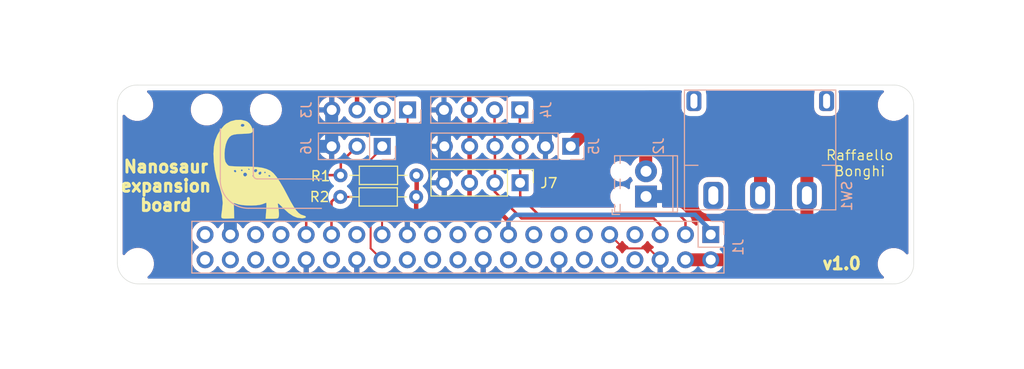
<source format=kicad_pcb>
(kicad_pcb (version 20171130) (host pcbnew 5.1.10-88a1d61d58~88~ubuntu20.04.1)

  (general
    (thickness 1.6)
    (drawings 21)
    (tracks 119)
    (zones 0)
    (modules 17)
    (nets 11)
  )

  (page A4)
  (title_block
    (title "expansion board")
    (rev 1)
    (company nanosaur)
    (comment 1 "Raffaello Bonghi")
  )

  (layers
    (0 F.Cu signal)
    (31 B.Cu signal)
    (32 B.Adhes user)
    (33 F.Adhes user)
    (34 B.Paste user)
    (35 F.Paste user)
    (36 B.SilkS user)
    (37 F.SilkS user)
    (38 B.Mask user)
    (39 F.Mask user)
    (40 Dwgs.User user)
    (41 Cmts.User user)
    (42 Eco1.User user)
    (43 Eco2.User user)
    (44 Edge.Cuts user)
    (45 Margin user)
    (46 B.CrtYd user)
    (47 F.CrtYd user)
    (48 B.Fab user)
    (49 F.Fab user)
  )

  (setup
    (last_trace_width 0.35)
    (user_trace_width 0.2)
    (user_trace_width 0.35)
    (user_trace_width 0.45)
    (user_trace_width 1.3)
    (trace_clearance 0.2)
    (zone_clearance 0.508)
    (zone_45_only no)
    (trace_min 0.2)
    (via_size 0.8)
    (via_drill 0.4)
    (via_min_size 0.4)
    (via_min_drill 0.3)
    (uvia_size 0.3)
    (uvia_drill 0.1)
    (uvias_allowed no)
    (uvia_min_size 0.2)
    (uvia_min_drill 0.1)
    (edge_width 0.05)
    (segment_width 0.2)
    (pcb_text_width 0.3)
    (pcb_text_size 1.5 1.5)
    (mod_edge_width 0.12)
    (mod_text_size 1 1)
    (mod_text_width 0.15)
    (pad_size 3.5 3.5)
    (pad_drill 2.2)
    (pad_to_mask_clearance 0)
    (aux_axis_origin 0 0)
    (visible_elements 7FFFFFFF)
    (pcbplotparams
      (layerselection 0x010fc_ffffffff)
      (usegerberextensions false)
      (usegerberattributes true)
      (usegerberadvancedattributes true)
      (creategerberjobfile true)
      (excludeedgelayer true)
      (linewidth 0.100000)
      (plotframeref false)
      (viasonmask false)
      (mode 1)
      (useauxorigin false)
      (hpglpennumber 1)
      (hpglpenspeed 20)
      (hpglpendiameter 15.000000)
      (psnegative false)
      (psa4output false)
      (plotreference true)
      (plotvalue true)
      (plotinvisibletext false)
      (padsonsilk false)
      (subtractmaskfromsilk false)
      (outputformat 1)
      (mirror false)
      (drillshape 1)
      (scaleselection 1)
      (outputdirectory ""))
  )

  (net 0 "")
  (net 1 GND)
  (net 2 "Net-(J1-Pad28)")
  (net 3 "Net-(J1-Pad27)")
  (net 4 +3V3)
  (net 5 "Net-(J1-Pad5)")
  (net 6 VCC)
  (net 7 "Net-(J1-Pad3)")
  (net 8 "Net-(J2-Pad2)")
  (net 9 "Net-(J1-Pad33)")
  (net 10 "Net-(J1-Pad31)")

  (net_class Default "This is the default net class."
    (clearance 0.2)
    (trace_width 0.25)
    (via_dia 0.8)
    (via_drill 0.4)
    (uvia_dia 0.3)
    (uvia_drill 0.1)
    (add_net "Net-(J1-Pad10)")
    (add_net "Net-(J1-Pad11)")
    (add_net "Net-(J1-Pad12)")
    (add_net "Net-(J1-Pad13)")
    (add_net "Net-(J1-Pad15)")
    (add_net "Net-(J1-Pad16)")
    (add_net "Net-(J1-Pad18)")
    (add_net "Net-(J1-Pad19)")
    (add_net "Net-(J1-Pad21)")
    (add_net "Net-(J1-Pad22)")
    (add_net "Net-(J1-Pad23)")
    (add_net "Net-(J1-Pad24)")
    (add_net "Net-(J1-Pad26)")
    (add_net "Net-(J1-Pad27)")
    (add_net "Net-(J1-Pad28)")
    (add_net "Net-(J1-Pad29)")
    (add_net "Net-(J1-Pad3)")
    (add_net "Net-(J1-Pad31)")
    (add_net "Net-(J1-Pad32)")
    (add_net "Net-(J1-Pad33)")
    (add_net "Net-(J1-Pad35)")
    (add_net "Net-(J1-Pad36)")
    (add_net "Net-(J1-Pad37)")
    (add_net "Net-(J1-Pad38)")
    (add_net "Net-(J1-Pad40)")
    (add_net "Net-(J1-Pad5)")
    (add_net "Net-(J1-Pad7)")
    (add_net "Net-(J1-Pad8)")
    (add_net "Net-(J2-Pad2)")
    (add_net "Net-(SW1-Pad3)")
  )

  (net_class "3.3 line" ""
    (clearance 0.2)
    (trace_width 0.45)
    (via_dia 0.8)
    (via_drill 0.4)
    (uvia_dia 0.3)
    (uvia_drill 0.1)
    (add_net +3V3)
  )

  (net_class POWER ""
    (clearance 0.2)
    (trace_width 1.3)
    (via_dia 0.8)
    (via_drill 0.4)
    (uvia_dia 0.3)
    (uvia_drill 0.1)
    (add_net GND)
    (add_net VCC)
  )

  (module nanosaur:nanosaur_logo (layer F.Cu) (tedit 60970B25) (tstamp 60987A8B)
    (at 121.18 91.78)
    (fp_text reference G*** (at -1.09 1.33) (layer F.SilkS) hide
      (effects (font (size 1.524 1.524) (thickness 0.3)))
    )
    (fp_text value LOGO (at -0.59 2.42) (layer F.SilkS) hide
      (effects (font (size 1.524 1.524) (thickness 0.3)))
    )
    (fp_poly (pts (xy -1.242941 -4.836393) (xy -1.077702 -4.75476) (xy -0.873107 -4.57671) (xy -0.701262 -4.325956)
      (xy -0.588395 -4.056582) (xy -0.560734 -3.822671) (xy -0.585215 -3.739258) (xy -0.643749 -3.665046)
      (xy -0.746449 -3.614444) (xy -0.92541 -3.581202) (xy -1.212728 -3.559068) (xy -1.590356 -3.543482)
      (xy -2.08365 -3.516915) (xy -2.441448 -3.465906) (xy -2.69736 -3.374734) (xy -2.884999 -3.227679)
      (xy -3.037976 -3.00902) (xy -3.134684 -2.821175) (xy -3.259325 -2.465026) (xy -3.342896 -2.032947)
      (xy -3.382074 -1.577797) (xy -3.373534 -1.152438) (xy -3.313951 -0.809728) (xy -3.268455 -0.694327)
      (xy -3.128361 -0.486666) (xy -2.976202 -0.345786) (xy -2.968024 -0.341177) (xy -2.826677 -0.310185)
      (xy -2.54612 -0.284406) (xy -2.156442 -0.265552) (xy -1.687729 -0.255335) (xy -1.435954 -0.254)
      (xy -0.680132 -0.240991) (xy -0.066446 -0.199179) (xy 0.430497 -0.124385) (xy 0.836093 -0.012431)
      (xy 1.175738 0.140861) (xy 1.258481 0.189295) (xy 1.532379 0.414937) (xy 1.837928 0.77708)
      (xy 2.179641 1.282321) (xy 2.562032 1.937257) (xy 2.932498 2.636271) (xy 3.27335 3.27993)
      (xy 3.566795 3.78007) (xy 3.824558 4.151849) (xy 4.058366 4.410419) (xy 4.279944 4.570938)
      (xy 4.487333 4.645919) (xy 4.721616 4.72325) (xy 4.798996 4.812978) (xy 4.728467 4.893559)
      (xy 4.519025 4.943448) (xy 4.360333 4.950125) (xy 3.927883 4.894591) (xy 3.503293 4.72506)
      (xy 3.062047 4.428081) (xy 2.579629 3.990205) (xy 2.542596 3.952824) (xy 2.273451 3.682437)
      (xy 2.102046 3.522083) (xy 2.009017 3.459482) (xy 1.975001 3.482351) (xy 1.980635 3.57841)
      (xy 1.983696 3.598333) (xy 2.052846 4.073143) (xy 2.086534 4.414238) (xy 2.086947 4.652998)
      (xy 2.066393 4.785157) (xy 2.02921 4.892291) (xy 1.958739 4.955045) (xy 1.816254 4.985239)
      (xy 1.563033 4.994691) (xy 1.377752 4.995333) (xy 0.741863 4.995333) (xy 0.802166 4.191)
      (xy 0.822882 3.845984) (xy 0.82935 3.575005) (xy 0.821237 3.414618) (xy 0.809515 3.386666)
      (xy 0.705178 3.418025) (xy 0.509951 3.496211) (xy 0.44178 3.525807) (xy 0.166842 3.600362)
      (xy -0.225388 3.647375) (xy -0.685094 3.666673) (xy -1.16246 3.658085) (xy -1.607672 3.621436)
      (xy -1.970914 3.556554) (xy -2.047593 3.534457) (xy -2.444186 3.406593) (xy -2.428593 4.179796)
      (xy -2.413 4.953) (xy -3.028058 4.9779) (xy -3.361694 4.984134) (xy -3.562187 4.965729)
      (xy -3.66466 4.91705) (xy -3.693638 4.871143) (xy -3.704515 4.724118) (xy -3.683503 4.468713)
      (xy -3.638613 4.180112) (xy -3.563828 3.403034) (xy -3.637458 2.620975) (xy -3.862701 1.80575)
      (xy -3.927719 1.632419) (xy -4.175894 0.874233) (xy -4.247821 0.550501) (xy -1.510602 0.550501)
      (xy -1.453374 0.689438) (xy -1.32028 0.749208) (xy -1.292395 0.746118) (xy -1.192846 0.677333)
      (xy -0.592667 0.677333) (xy -0.528238 0.759539) (xy -0.508 0.762) (xy -0.425794 0.69757)
      (xy -0.423334 0.677333) (xy 1.016 0.677333) (xy 1.084915 0.751637) (xy 1.147996 0.762)
      (xy 1.235631 0.720954) (xy 1.227666 0.677333) (xy 1.119423 0.595896) (xy 1.095669 0.592666)
      (xy 1.01828 0.657245) (xy 1.016 0.677333) (xy -0.423334 0.677333) (xy -0.487763 0.595126)
      (xy -0.508 0.592666) (xy -0.590207 0.657095) (xy -0.592667 0.677333) (xy -1.192846 0.677333)
      (xy -1.151093 0.648484) (xy -1.116549 0.570271) (xy -1.150722 0.444516) (xy 0.020456 0.444516)
      (xy 0.045095 0.512469) (xy 0.153621 0.574912) (xy 0.269864 0.511626) (xy 0.323708 0.39515)
      (xy 0.307165 0.338666) (xy 0.592666 0.338666) (xy 0.657095 0.420873) (xy 0.677333 0.423333)
      (xy 0.759539 0.358904) (xy 0.762 0.338666) (xy 0.69757 0.25646) (xy 0.677333 0.254)
      (xy 0.595126 0.318429) (xy 0.592666 0.338666) (xy 0.307165 0.338666) (xy 0.288395 0.274583)
      (xy 0.222871 0.254) (xy 0.068996 0.312127) (xy 0.020456 0.444516) (xy -1.150722 0.444516)
      (xy -1.155281 0.427742) (xy -1.285887 0.354949) (xy -1.434364 0.38759) (xy -1.456267 0.4064)
      (xy -1.510602 0.550501) (xy -4.247821 0.550501) (xy -4.339864 0.13624) (xy -2.444943 0.13624)
      (xy -2.423923 0.253334) (xy -2.398889 0.282222) (xy -2.274966 0.336153) (xy -2.204173 0.248031)
      (xy -2.201334 0.211666) (xy -2.238814 0.149589) (xy -1.742513 0.149589) (xy -1.731198 0.176564)
      (xy -1.628411 0.218512) (xy -1.601436 0.207197) (xy -1.588517 0.175541) (xy -0.423334 0.175541)
      (xy -0.370119 0.300989) (xy -0.254121 0.321621) (xy -0.140812 0.243189) (xy -0.100598 0.147194)
      (xy -0.131795 0.02668) (xy -0.247792 0) (xy -0.392542 0.055782) (xy -0.423334 0.175541)
      (xy -1.588517 0.175541) (xy -1.559488 0.10441) (xy -1.570803 0.077435) (xy -1.67359 0.035487)
      (xy -1.700565 0.046802) (xy -1.742513 0.149589) (xy -2.238814 0.149589) (xy -2.269107 0.099418)
      (xy -2.328334 0.084666) (xy -2.444943 0.13624) (xy -4.339864 0.13624) (xy -4.355562 0.06559)
      (xy -4.364839 -0.004997) (xy -1.016 -0.004997) (xy -0.95454 0.081221) (xy -0.931334 0.084666)
      (xy -0.848868 0.055779) (xy -0.846667 0.04733) (xy -0.905996 -0.024956) (xy -0.931334 -0.042334)
      (xy -1.009353 -0.035621) (xy -1.016 -0.004997) (xy -4.364839 -0.004997) (xy -4.463314 -0.754234)
      (xy -4.495744 -1.545964) (xy -4.449445 -2.270323) (xy -4.321009 -2.888036) (xy -4.320116 -2.890915)
      (xy -4.096185 -3.440991) (xy -3.789965 -3.952745) (xy -3.438322 -4.371585) (xy -1.754459 -4.371585)
      (xy -1.737329 -4.32069) (xy -1.613611 -4.250312) (xy -1.460666 -4.282965) (xy -1.375809 -4.381456)
      (xy -1.405694 -4.491092) (xy -1.528717 -4.551283) (xy -1.67005 -4.534034) (xy -1.708581 -4.505953)
      (xy -1.754459 -4.371585) (xy -3.438322 -4.371585) (xy -3.434776 -4.375808) (xy -3.212077 -4.566075)
      (xy -2.748878 -4.814697) (xy -2.235555 -4.945341) (xy -1.718208 -4.953931) (xy -1.242941 -4.836393)) (layer F.SilkS) (width 0.01))
  )

  (module Connector_PinHeader_2.54mm:PinHeader_1x04_P2.54mm_Vertical (layer F.Cu) (tedit 59FED5CC) (tstamp 6098717E)
    (at 147.49 93.16 270)
    (descr "Through hole straight pin header, 1x04, 2.54mm pitch, single row")
    (tags "Through hole pin header THT 1x04 2.54mm single row")
    (path /60A6A226)
    (fp_text reference J7 (at 0.03 -2.89) (layer F.SilkS)
      (effects (font (size 1 1) (thickness 0.15)))
    )
    (fp_text value Conn_01x04 (at 0 9.95 270) (layer F.Fab)
      (effects (font (size 1 1) (thickness 0.15)))
    )
    (fp_line (start 1.8 -1.8) (end -1.8 -1.8) (layer F.CrtYd) (width 0.05))
    (fp_line (start 1.8 9.4) (end 1.8 -1.8) (layer F.CrtYd) (width 0.05))
    (fp_line (start -1.8 9.4) (end 1.8 9.4) (layer F.CrtYd) (width 0.05))
    (fp_line (start -1.8 -1.8) (end -1.8 9.4) (layer F.CrtYd) (width 0.05))
    (fp_line (start -1.33 -1.33) (end 0 -1.33) (layer F.SilkS) (width 0.12))
    (fp_line (start -1.33 0) (end -1.33 -1.33) (layer F.SilkS) (width 0.12))
    (fp_line (start -1.33 1.27) (end 1.33 1.27) (layer F.SilkS) (width 0.12))
    (fp_line (start 1.33 1.27) (end 1.33 8.95) (layer F.SilkS) (width 0.12))
    (fp_line (start -1.33 1.27) (end -1.33 8.95) (layer F.SilkS) (width 0.12))
    (fp_line (start -1.33 8.95) (end 1.33 8.95) (layer F.SilkS) (width 0.12))
    (fp_line (start -1.27 -0.635) (end -0.635 -1.27) (layer F.Fab) (width 0.1))
    (fp_line (start -1.27 8.89) (end -1.27 -0.635) (layer F.Fab) (width 0.1))
    (fp_line (start 1.27 8.89) (end -1.27 8.89) (layer F.Fab) (width 0.1))
    (fp_line (start 1.27 -1.27) (end 1.27 8.89) (layer F.Fab) (width 0.1))
    (fp_line (start -0.635 -1.27) (end 1.27 -1.27) (layer F.Fab) (width 0.1))
    (fp_text user %R (at 0 3.81 180) (layer F.Fab)
      (effects (font (size 1 1) (thickness 0.15)))
    )
    (pad 1 thru_hole rect (at 0 0 270) (size 1.7 1.7) (drill 1) (layers *.Cu *.Mask)
      (net 7 "Net-(J1-Pad3)"))
    (pad 2 thru_hole oval (at 0 2.54 270) (size 1.7 1.7) (drill 1) (layers *.Cu *.Mask)
      (net 5 "Net-(J1-Pad5)"))
    (pad 3 thru_hole oval (at 0 5.08 270) (size 1.7 1.7) (drill 1) (layers *.Cu *.Mask)
      (net 4 +3V3))
    (pad 4 thru_hole oval (at 0 7.62 270) (size 1.7 1.7) (drill 1) (layers *.Cu *.Mask)
      (net 1 GND))
    (model ${KISYS3DMOD}/Connector_PinHeader_2.54mm.3dshapes/PinHeader_1x04_P2.54mm_Vertical.wrl
      (at (xyz 0 0 0))
      (scale (xyz 1 1 1))
      (rotate (xyz 0 0 0))
    )
  )

  (module MountingHole:MountingHole_2.2mm_M2 (layer F.Cu) (tedit 56D1B4CB) (tstamp 603C3432)
    (at 185.03 85.32)
    (descr "Mounting Hole 2.2mm, no annular, M2")
    (tags "mounting hole 2.2mm no annular m2")
    (path /60460CF8)
    (attr virtual)
    (fp_text reference H4 (at 3.95 -0.8) (layer F.SilkS) hide
      (effects (font (size 1 1) (thickness 0.15)))
    )
    (fp_text value MountingHole (at 7.95 0.77) (layer F.Fab)
      (effects (font (size 1 1) (thickness 0.15)))
    )
    (fp_text user %R (at 0.3 0) (layer F.Fab)
      (effects (font (size 1 1) (thickness 0.15)))
    )
    (fp_circle (center 0 0) (end 2.2 0) (layer Cmts.User) (width 0.15))
    (fp_circle (center 0 0) (end 2.45 0) (layer F.CrtYd) (width 0.05))
    (pad 1 np_thru_hole circle (at 0 0) (size 2.2 2.2) (drill 2.2) (layers *.Cu *.Mask))
  )

  (module MountingHole:MountingHole_2.2mm_M2 (layer F.Cu) (tedit 56D1B4CB) (tstamp 6093A30C)
    (at 185.02 101.33)
    (descr "Mounting Hole 2.2mm, no annular, M2")
    (tags "mounting hole 2.2mm no annular m2")
    (path /604606C8)
    (attr virtual)
    (fp_text reference H3 (at 3.76 -1.47) (layer F.SilkS) hide
      (effects (font (size 1 1) (thickness 0.15)))
    )
    (fp_text value MountingHole (at 7.73 0.07) (layer F.Fab)
      (effects (font (size 1 1) (thickness 0.15)))
    )
    (fp_text user %R (at 0.3 0) (layer F.Fab)
      (effects (font (size 1 1) (thickness 0.15)))
    )
    (fp_circle (center 0 0) (end 2.2 0) (layer Cmts.User) (width 0.15))
    (fp_circle (center 0 0) (end 2.45 0) (layer F.CrtYd) (width 0.05))
    (pad 1 np_thru_hole circle (at 0 0) (size 2.2 2.2) (drill 2.2) (layers *.Cu *.Mask))
  )

  (module MountingHole:MountingHole_2.2mm_M2 (layer F.Cu) (tedit 56D1B4CB) (tstamp 6097E27A)
    (at 109.1 101.31)
    (descr "Mounting Hole 2.2mm, no annular, M2")
    (tags "mounting hole 2.2mm no annular m2")
    (path /6045FDF6)
    (attr virtual)
    (fp_text reference H2 (at 0 -3.2) (layer F.SilkS) hide
      (effects (font (size 1 1) (thickness 0.15)))
    )
    (fp_text value MountingHole (at -8.71 -0.26) (layer F.Fab)
      (effects (font (size 1 1) (thickness 0.15)))
    )
    (fp_text user %R (at 0.3 0) (layer F.Fab)
      (effects (font (size 1 1) (thickness 0.15)))
    )
    (fp_circle (center 0 0) (end 2.2 0) (layer Cmts.User) (width 0.15))
    (fp_circle (center 0 0) (end 2.45 0) (layer F.CrtYd) (width 0.05))
    (pad 1 np_thru_hole circle (at 0 0) (size 2.2 2.2) (drill 2.2) (layers *.Cu *.Mask))
  )

  (module MountingHole:MountingHole_2.2mm_M2 (layer F.Cu) (tedit 56D1B4CB) (tstamp 603C30C8)
    (at 109.03 85.33)
    (descr "Mounting Hole 2.2mm, no annular, M2")
    (tags "mounting hole 2.2mm no annular m2")
    (path /6045C837)
    (attr virtual)
    (fp_text reference H1 (at 0 -3.2) (layer F.SilkS) hide
      (effects (font (size 1 1) (thickness 0.15)))
    )
    (fp_text value MountingHole (at -8 -0.02) (layer F.Fab)
      (effects (font (size 1 1) (thickness 0.15)))
    )
    (fp_text user %R (at 0.3 0) (layer F.Fab)
      (effects (font (size 1 1) (thickness 0.15)))
    )
    (fp_circle (center 0 0) (end 2.2 0) (layer Cmts.User) (width 0.15))
    (fp_circle (center 0 0) (end 2.45 0) (layer F.CrtYd) (width 0.05))
    (pad 1 np_thru_hole circle (at 0 0) (size 2.2 2.2) (drill 2.2) (layers *.Cu *.Mask))
  )

  (module MountingHole:MountingHole_2.2mm_M2 (layer F.Cu) (tedit 56D1B4CB) (tstamp 60984371)
    (at 121.96 85.79)
    (descr "Mounting Hole 2.2mm, no annular, M2")
    (tags "mounting hole 2.2mm no annular m2")
    (path /60A3465E)
    (attr virtual)
    (fp_text reference H6 (at 0 -3.2) (layer F.SilkS) hide
      (effects (font (size 1 1) (thickness 0.15)))
    )
    (fp_text value MountingHole (at 3.97 -4.88) (layer F.Fab)
      (effects (font (size 1 1) (thickness 0.15)))
    )
    (fp_text user %R (at 0.3 0) (layer F.Fab)
      (effects (font (size 1 1) (thickness 0.15)))
    )
    (fp_circle (center 0 0) (end 2.2 0) (layer Cmts.User) (width 0.15))
    (fp_circle (center 0 0) (end 2.45 0) (layer F.CrtYd) (width 0.05))
    (pad 1 np_thru_hole circle (at 0 0) (size 2.2 2.2) (drill 2.2) (layers *.Cu *.Mask))
  )

  (module MountingHole:MountingHole_2.2mm_M2 (layer F.Cu) (tedit 56D1B4CB) (tstamp 60984369)
    (at 116.01 85.79)
    (descr "Mounting Hole 2.2mm, no annular, M2")
    (tags "mounting hole 2.2mm no annular m2")
    (path /60A32C0C)
    (attr virtual)
    (fp_text reference H5 (at 0 -3.2) (layer F.SilkS) hide
      (effects (font (size 1 1) (thickness 0.15)))
    )
    (fp_text value MountingHole (at -0.47 -4.96) (layer F.Fab)
      (effects (font (size 1 1) (thickness 0.15)))
    )
    (fp_text user %R (at 0.3 0) (layer F.Fab)
      (effects (font (size 1 1) (thickness 0.15)))
    )
    (fp_circle (center 0 0) (end 2.2 0) (layer Cmts.User) (width 0.15))
    (fp_circle (center 0 0) (end 2.45 0) (layer F.CrtYd) (width 0.05))
    (pad 1 np_thru_hole circle (at 0 0) (size 2.2 2.2) (drill 2.2) (layers *.Cu *.Mask))
  )

  (module Resistor_THT:R_Axial_DIN0204_L3.6mm_D1.6mm_P7.62mm_Horizontal (layer F.Cu) (tedit 5AE5139B) (tstamp 6097864F)
    (at 137.07 92.41 180)
    (descr "Resistor, Axial_DIN0204 series, Axial, Horizontal, pin pitch=7.62mm, 0.167W, length*diameter=3.6*1.6mm^2, http://cdn-reichelt.de/documents/datenblatt/B400/1_4W%23YAG.pdf")
    (tags "Resistor Axial_DIN0204 series Axial Horizontal pin pitch 7.62mm 0.167W length 3.6mm diameter 1.6mm")
    (path /6095C636)
    (fp_text reference R1 (at 9.63 -0.08) (layer F.SilkS)
      (effects (font (size 1 1) (thickness 0.15)))
    )
    (fp_text value 1k (at 3.81 1.92) (layer F.Fab)
      (effects (font (size 1 1) (thickness 0.15)))
    )
    (fp_line (start 8.57 -1.05) (end -0.95 -1.05) (layer F.CrtYd) (width 0.05))
    (fp_line (start 8.57 1.05) (end 8.57 -1.05) (layer F.CrtYd) (width 0.05))
    (fp_line (start -0.95 1.05) (end 8.57 1.05) (layer F.CrtYd) (width 0.05))
    (fp_line (start -0.95 -1.05) (end -0.95 1.05) (layer F.CrtYd) (width 0.05))
    (fp_line (start 6.68 0) (end 5.73 0) (layer F.SilkS) (width 0.12))
    (fp_line (start 0.94 0) (end 1.89 0) (layer F.SilkS) (width 0.12))
    (fp_line (start 5.73 -0.92) (end 1.89 -0.92) (layer F.SilkS) (width 0.12))
    (fp_line (start 5.73 0.92) (end 5.73 -0.92) (layer F.SilkS) (width 0.12))
    (fp_line (start 1.89 0.92) (end 5.73 0.92) (layer F.SilkS) (width 0.12))
    (fp_line (start 1.89 -0.92) (end 1.89 0.92) (layer F.SilkS) (width 0.12))
    (fp_line (start 7.62 0) (end 5.61 0) (layer F.Fab) (width 0.1))
    (fp_line (start 0 0) (end 2.01 0) (layer F.Fab) (width 0.1))
    (fp_line (start 5.61 -0.8) (end 2.01 -0.8) (layer F.Fab) (width 0.1))
    (fp_line (start 5.61 0.8) (end 5.61 -0.8) (layer F.Fab) (width 0.1))
    (fp_line (start 2.01 0.8) (end 5.61 0.8) (layer F.Fab) (width 0.1))
    (fp_line (start 2.01 -0.8) (end 2.01 0.8) (layer F.Fab) (width 0.1))
    (fp_text user %R (at 3.81 0) (layer F.Fab)
      (effects (font (size 0.72 0.72) (thickness 0.108)))
    )
    (pad 2 thru_hole oval (at 7.62 0 180) (size 1.4 1.4) (drill 0.7) (layers *.Cu *.Mask)
      (net 9 "Net-(J1-Pad33)"))
    (pad 1 thru_hole circle (at 0 0 180) (size 1.4 1.4) (drill 0.7) (layers *.Cu *.Mask)
      (net 4 +3V3))
    (model ${KISYS3DMOD}/Resistor_THT.3dshapes/R_Axial_DIN0204_L3.6mm_D1.6mm_P7.62mm_Horizontal.wrl
      (at (xyz 0 0 0))
      (scale (xyz 1 1 1))
      (rotate (xyz 0 0 0))
    )
  )

  (module Resistor_THT:R_Axial_DIN0204_L3.6mm_D1.6mm_P7.62mm_Horizontal (layer F.Cu) (tedit 5AE5139B) (tstamp 609785F5)
    (at 137.05 94.58 180)
    (descr "Resistor, Axial_DIN0204 series, Axial, Horizontal, pin pitch=7.62mm, 0.167W, length*diameter=3.6*1.6mm^2, http://cdn-reichelt.de/documents/datenblatt/B400/1_4W%23YAG.pdf")
    (tags "Resistor Axial_DIN0204 series Axial Horizontal pin pitch 7.62mm 0.167W length 3.6mm diameter 1.6mm")
    (path /6095E0C2)
    (fp_text reference R2 (at 9.71 0) (layer F.SilkS)
      (effects (font (size 1 1) (thickness 0.15)))
    )
    (fp_text value 1k (at 3.81 1.92) (layer F.Fab)
      (effects (font (size 1 1) (thickness 0.15)))
    )
    (fp_line (start 8.57 -1.05) (end -0.95 -1.05) (layer F.CrtYd) (width 0.05))
    (fp_line (start 8.57 1.05) (end 8.57 -1.05) (layer F.CrtYd) (width 0.05))
    (fp_line (start -0.95 1.05) (end 8.57 1.05) (layer F.CrtYd) (width 0.05))
    (fp_line (start -0.95 -1.05) (end -0.95 1.05) (layer F.CrtYd) (width 0.05))
    (fp_line (start 6.68 0) (end 5.73 0) (layer F.SilkS) (width 0.12))
    (fp_line (start 0.94 0) (end 1.89 0) (layer F.SilkS) (width 0.12))
    (fp_line (start 5.73 -0.92) (end 1.89 -0.92) (layer F.SilkS) (width 0.12))
    (fp_line (start 5.73 0.92) (end 5.73 -0.92) (layer F.SilkS) (width 0.12))
    (fp_line (start 1.89 0.92) (end 5.73 0.92) (layer F.SilkS) (width 0.12))
    (fp_line (start 1.89 -0.92) (end 1.89 0.92) (layer F.SilkS) (width 0.12))
    (fp_line (start 7.62 0) (end 5.61 0) (layer F.Fab) (width 0.1))
    (fp_line (start 0 0) (end 2.01 0) (layer F.Fab) (width 0.1))
    (fp_line (start 5.61 -0.8) (end 2.01 -0.8) (layer F.Fab) (width 0.1))
    (fp_line (start 5.61 0.8) (end 5.61 -0.8) (layer F.Fab) (width 0.1))
    (fp_line (start 2.01 0.8) (end 5.61 0.8) (layer F.Fab) (width 0.1))
    (fp_line (start 2.01 -0.8) (end 2.01 0.8) (layer F.Fab) (width 0.1))
    (fp_text user %R (at 3.81 0) (layer F.Fab)
      (effects (font (size 0.72 0.72) (thickness 0.108)))
    )
    (pad 2 thru_hole oval (at 7.62 0 180) (size 1.4 1.4) (drill 0.7) (layers *.Cu *.Mask)
      (net 10 "Net-(J1-Pad31)"))
    (pad 1 thru_hole circle (at 0 0 180) (size 1.4 1.4) (drill 0.7) (layers *.Cu *.Mask)
      (net 4 +3V3))
    (model ${KISYS3DMOD}/Resistor_THT.3dshapes/R_Axial_DIN0204_L3.6mm_D1.6mm_P7.62mm_Horizontal.wrl
      (at (xyz 0 0 0))
      (scale (xyz 1 1 1))
      (rotate (xyz 0 0 0))
    )
  )

  (module Connector_PinHeader_2.54mm:PinHeader_1x03_P2.54mm_Vertical (layer B.Cu) (tedit 59FED5CC) (tstamp 609785B3)
    (at 133.64 89.49 90)
    (descr "Through hole straight pin header, 1x03, 2.54mm pitch, single row")
    (tags "Through hole pin header THT 1x03 2.54mm single row")
    (path /60965AEC)
    (fp_text reference J6 (at 0.008 -7.636 90) (layer B.SilkS)
      (effects (font (size 1 1) (thickness 0.15)) (justify mirror))
    )
    (fp_text value Conn_01x03 (at 0 -7.41 -90) (layer B.Fab)
      (effects (font (size 1 1) (thickness 0.15)) (justify mirror))
    )
    (fp_line (start -0.635 1.27) (end 1.27 1.27) (layer B.Fab) (width 0.1))
    (fp_line (start 1.27 1.27) (end 1.27 -6.35) (layer B.Fab) (width 0.1))
    (fp_line (start 1.27 -6.35) (end -1.27 -6.35) (layer B.Fab) (width 0.1))
    (fp_line (start -1.27 -6.35) (end -1.27 0.635) (layer B.Fab) (width 0.1))
    (fp_line (start -1.27 0.635) (end -0.635 1.27) (layer B.Fab) (width 0.1))
    (fp_line (start -1.33 -6.41) (end 1.33 -6.41) (layer B.SilkS) (width 0.12))
    (fp_line (start -1.33 -1.27) (end -1.33 -6.41) (layer B.SilkS) (width 0.12))
    (fp_line (start 1.33 -1.27) (end 1.33 -6.41) (layer B.SilkS) (width 0.12))
    (fp_line (start -1.33 -1.27) (end 1.33 -1.27) (layer B.SilkS) (width 0.12))
    (fp_line (start -1.33 0) (end -1.33 1.33) (layer B.SilkS) (width 0.12))
    (fp_line (start -1.33 1.33) (end 0 1.33) (layer B.SilkS) (width 0.12))
    (fp_line (start -1.8 1.8) (end -1.8 -6.85) (layer B.CrtYd) (width 0.05))
    (fp_line (start -1.8 -6.85) (end 1.8 -6.85) (layer B.CrtYd) (width 0.05))
    (fp_line (start 1.8 -6.85) (end 1.8 1.8) (layer B.CrtYd) (width 0.05))
    (fp_line (start 1.8 1.8) (end -1.8 1.8) (layer B.CrtYd) (width 0.05))
    (fp_text user %R (at 0 -2.54) (layer B.Fab)
      (effects (font (size 1 1) (thickness 0.15)) (justify mirror))
    )
    (pad 3 thru_hole oval (at 0 -5.08 90) (size 1.7 1.7) (drill 1) (layers *.Cu *.Mask)
      (net 1 GND))
    (pad 2 thru_hole oval (at 0 -2.54 90) (size 1.7 1.7) (drill 1) (layers *.Cu *.Mask)
      (net 9 "Net-(J1-Pad33)"))
    (pad 1 thru_hole rect (at 0 0 90) (size 1.7 1.7) (drill 1) (layers *.Cu *.Mask)
      (net 10 "Net-(J1-Pad31)"))
    (model ${KISYS3DMOD}/Connector_PinHeader_2.54mm.3dshapes/PinHeader_1x03_P2.54mm_Vertical.wrl
      (at (xyz 0 0 0))
      (scale (xyz 1 1 1))
      (rotate (xyz 0 0 0))
    )
  )

  (module Connector_PinHeader_2.54mm:PinHeader_1x04_P2.54mm_Vertical (layer B.Cu) (tedit 59FED5CC) (tstamp 609783E6)
    (at 136.19 85.83 90)
    (descr "Through hole straight pin header, 1x04, 2.54mm pitch, single row")
    (tags "Through hole pin header THT 1x04 2.54mm single row")
    (path /6093D807)
    (fp_text reference J3 (at 0 -10.16 90) (layer B.SilkS)
      (effects (font (size 1 1) (thickness 0.15)) (justify mirror))
    )
    (fp_text value Conn_01x04 (at 2.54 -7.62) (layer F.Fab)
      (effects (font (size 1 1) (thickness 0.15)))
    )
    (fp_line (start -0.635 1.27) (end 1.27 1.27) (layer B.Fab) (width 0.1))
    (fp_line (start 1.27 1.27) (end 1.27 -8.89) (layer B.Fab) (width 0.1))
    (fp_line (start 1.27 -8.89) (end -1.27 -8.89) (layer B.Fab) (width 0.1))
    (fp_line (start -1.27 -8.89) (end -1.27 0.635) (layer B.Fab) (width 0.1))
    (fp_line (start -1.27 0.635) (end -0.635 1.27) (layer B.Fab) (width 0.1))
    (fp_line (start -1.33 -8.95) (end 1.33 -8.95) (layer B.SilkS) (width 0.12))
    (fp_line (start -1.33 -1.27) (end -1.33 -8.95) (layer B.SilkS) (width 0.12))
    (fp_line (start 1.33 -1.27) (end 1.33 -8.95) (layer B.SilkS) (width 0.12))
    (fp_line (start -1.33 -1.27) (end 1.33 -1.27) (layer B.SilkS) (width 0.12))
    (fp_line (start -1.33 0) (end -1.33 1.33) (layer B.SilkS) (width 0.12))
    (fp_line (start -1.33 1.33) (end 0 1.33) (layer B.SilkS) (width 0.12))
    (fp_line (start -1.8 1.8) (end -1.8 -9.4) (layer B.CrtYd) (width 0.05))
    (fp_line (start -1.8 -9.4) (end 1.8 -9.4) (layer B.CrtYd) (width 0.05))
    (fp_line (start 1.8 -9.4) (end 1.8 1.8) (layer B.CrtYd) (width 0.05))
    (fp_line (start 1.8 1.8) (end -1.8 1.8) (layer B.CrtYd) (width 0.05))
    (fp_text user %R (at 2.54 0 180) (layer F.Fab)
      (effects (font (size 1 1) (thickness 0.15)))
    )
    (pad 4 thru_hole oval (at 0 -7.62 90) (size 1.7 1.7) (drill 1) (layers *.Cu *.Mask)
      (net 1 GND))
    (pad 3 thru_hole oval (at 0 -5.08 90) (size 1.7 1.7) (drill 1) (layers *.Cu *.Mask)
      (net 4 +3V3))
    (pad 2 thru_hole oval (at 0 -2.54 90) (size 1.7 1.7) (drill 1) (layers *.Cu *.Mask)
      (net 2 "Net-(J1-Pad28)"))
    (pad 1 thru_hole rect (at 0 0 90) (size 1.7 1.7) (drill 1) (layers *.Cu *.Mask)
      (net 3 "Net-(J1-Pad27)"))
    (model ${KISYS3DMOD}/Connector_PinHeader_2.54mm.3dshapes/PinHeader_1x04_P2.54mm_Vertical.wrl
      (at (xyz 0 0 0))
      (scale (xyz 1 1 1))
      (rotate (xyz 0 0 0))
    )
  )

  (module TerminalBlock_Phoenix:TerminalBlock_Phoenix_MPT-0,5-2-2.54_1x02_P2.54mm_Horizontal (layer B.Cu) (tedit 5B294F98) (tstamp 609784A2)
    (at 160.14 94.54 90)
    (descr "Terminal Block Phoenix MPT-0,5-2-2.54, 2 pins, pitch 2.54mm, size 5.54x6.2mm^2, drill diamater 1.1mm, pad diameter 2.2mm, see http://www.mouser.com/ds/2/324/ItemDetail_1725656-920552.pdf, script-generated using https://github.com/pointhi/kicad-footprint-generator/scripts/TerminalBlock_Phoenix")
    (tags "THT Terminal Block Phoenix MPT-0,5-2-2.54 pitch 2.54mm size 5.54x6.2mm^2 drill 1.1mm pad 2.2mm")
    (path /603D58E4)
    (fp_text reference J2 (at 5.08 1.27 90) (layer B.SilkS)
      (effects (font (size 1 1) (thickness 0.15)) (justify mirror))
    )
    (fp_text value Screw_Terminal_01x02 (at 6.35 2.54) (layer F.Fab)
      (effects (font (size 1 1) (thickness 0.15)))
    )
    (fp_circle (center 0 0) (end 1.1 0) (layer B.Fab) (width 0.1))
    (fp_circle (center 2.54 0) (end 3.64 0) (layer B.Fab) (width 0.1))
    (fp_line (start -1.5 3.1) (end 4.04 3.1) (layer B.Fab) (width 0.1))
    (fp_line (start 4.04 3.1) (end 4.04 -3.1) (layer B.Fab) (width 0.1))
    (fp_line (start 4.04 -3.1) (end -1 -3.1) (layer B.Fab) (width 0.1))
    (fp_line (start -1 -3.1) (end -1.5 -2.6) (layer B.Fab) (width 0.1))
    (fp_line (start -1.5 -2.6) (end -1.5 3.1) (layer B.Fab) (width 0.1))
    (fp_line (start -1.5 -2.6) (end 4.04 -2.6) (layer B.Fab) (width 0.1))
    (fp_line (start -1.56 -2.6) (end -0.79 -2.6) (layer B.SilkS) (width 0.12))
    (fp_line (start 0.79 -2.6) (end 1.75 -2.6) (layer B.SilkS) (width 0.12))
    (fp_line (start 3.33 -2.6) (end 4.1 -2.6) (layer B.SilkS) (width 0.12))
    (fp_line (start -1.5 2.7) (end 4.04 2.7) (layer B.Fab) (width 0.1))
    (fp_line (start -1.56 2.7) (end 4.1 2.7) (layer B.SilkS) (width 0.12))
    (fp_line (start -1.56 3.16) (end 4.1 3.16) (layer B.SilkS) (width 0.12))
    (fp_line (start -1.56 -3.16) (end -0.79 -3.16) (layer B.SilkS) (width 0.12))
    (fp_line (start 0.79 -3.16) (end 1.75 -3.16) (layer B.SilkS) (width 0.12))
    (fp_line (start 3.33 -3.16) (end 4.1 -3.16) (layer B.SilkS) (width 0.12))
    (fp_line (start -1.56 3.16) (end -1.56 -3.16) (layer B.SilkS) (width 0.12))
    (fp_line (start 4.1 3.16) (end 4.1 -3.16) (layer B.SilkS) (width 0.12))
    (fp_line (start 0.835 0.7) (end -0.701 -0.835) (layer B.Fab) (width 0.1))
    (fp_line (start 0.701 0.835) (end -0.835 -0.7) (layer B.Fab) (width 0.1))
    (fp_line (start 3.375 0.7) (end 1.84 -0.835) (layer B.Fab) (width 0.1))
    (fp_line (start 3.241 0.835) (end 1.706 -0.7) (layer B.Fab) (width 0.1))
    (fp_line (start -1.8 -2.66) (end -1.8 -3.4) (layer B.SilkS) (width 0.12))
    (fp_line (start -1.8 -3.4) (end -1.3 -3.4) (layer B.SilkS) (width 0.12))
    (fp_line (start -2 3.6) (end -2 -3.6) (layer B.CrtYd) (width 0.05))
    (fp_line (start -2 -3.6) (end 4.54 -3.6) (layer B.CrtYd) (width 0.05))
    (fp_line (start 4.54 -3.6) (end 4.54 3.6) (layer B.CrtYd) (width 0.05))
    (fp_line (start 4.54 3.6) (end -2 3.6) (layer B.CrtYd) (width 0.05))
    (fp_text user %R (at 1.27 -2 90) (layer B.Fab)
      (effects (font (size 1 1) (thickness 0.15)) (justify mirror))
    )
    (pad "" np_thru_hole circle (at 2.54 -2.54 90) (size 1.1 1.1) (drill 1.1) (layers *.Cu *.Mask))
    (pad 2 thru_hole circle (at 2.54 0 90) (size 2.2 2.2) (drill 1.1) (layers *.Cu *.Mask)
      (net 8 "Net-(J2-Pad2)"))
    (pad "" np_thru_hole circle (at 0 -2.54 90) (size 1.1 1.1) (drill 1.1) (layers *.Cu *.Mask))
    (pad 1 thru_hole rect (at 0 0 90) (size 2.2 2.2) (drill 1.1) (layers *.Cu *.Mask)
      (net 1 GND))
    (model ${KISYS3DMOD}/TerminalBlock_Phoenix.3dshapes/TerminalBlock_Phoenix_MPT-0,5-2-2.54_1x02_P2.54mm_Horizontal.wrl
      (at (xyz 0 0 0))
      (scale (xyz 1 1 1))
      (rotate (xyz 0 0 0))
    )
  )

  (module Connector_PinHeader_2.54mm:PinHeader_1x06_P2.54mm_Vertical (layer B.Cu) (tedit 59FED5CC) (tstamp 60982BAE)
    (at 152.58 89.49 90)
    (descr "Through hole straight pin header, 1x06, 2.54mm pitch, single row")
    (tags "Through hole pin header THT 1x06 2.54mm single row")
    (path /609D95F5)
    (fp_text reference J5 (at 0 2.33 90) (layer B.SilkS)
      (effects (font (size 1 1) (thickness 0.15)) (justify mirror))
    )
    (fp_text value Conn_01x06 (at 0 -15.03 -90) (layer B.Fab)
      (effects (font (size 1 1) (thickness 0.15)) (justify mirror))
    )
    (fp_text user %R (at 0 -6.35) (layer B.Fab)
      (effects (font (size 1 1) (thickness 0.15)) (justify mirror))
    )
    (fp_line (start -0.635 1.27) (end 1.27 1.27) (layer B.Fab) (width 0.1))
    (fp_line (start 1.27 1.27) (end 1.27 -13.97) (layer B.Fab) (width 0.1))
    (fp_line (start 1.27 -13.97) (end -1.27 -13.97) (layer B.Fab) (width 0.1))
    (fp_line (start -1.27 -13.97) (end -1.27 0.635) (layer B.Fab) (width 0.1))
    (fp_line (start -1.27 0.635) (end -0.635 1.27) (layer B.Fab) (width 0.1))
    (fp_line (start -1.33 -14.03) (end 1.33 -14.03) (layer B.SilkS) (width 0.12))
    (fp_line (start -1.33 -1.27) (end -1.33 -14.03) (layer B.SilkS) (width 0.12))
    (fp_line (start 1.33 -1.27) (end 1.33 -14.03) (layer B.SilkS) (width 0.12))
    (fp_line (start -1.33 -1.27) (end 1.33 -1.27) (layer B.SilkS) (width 0.12))
    (fp_line (start -1.33 0) (end -1.33 1.33) (layer B.SilkS) (width 0.12))
    (fp_line (start -1.33 1.33) (end 0 1.33) (layer B.SilkS) (width 0.12))
    (fp_line (start -1.8 1.8) (end -1.8 -14.5) (layer B.CrtYd) (width 0.05))
    (fp_line (start -1.8 -14.5) (end 1.8 -14.5) (layer B.CrtYd) (width 0.05))
    (fp_line (start 1.8 -14.5) (end 1.8 1.8) (layer B.CrtYd) (width 0.05))
    (fp_line (start 1.8 1.8) (end -1.8 1.8) (layer B.CrtYd) (width 0.05))
    (pad 6 thru_hole oval (at 0 -12.7 90) (size 1.7 1.7) (drill 1) (layers *.Cu *.Mask)
      (net 1 GND))
    (pad 5 thru_hole oval (at 0 -10.16 90) (size 1.7 1.7) (drill 1) (layers *.Cu *.Mask)
      (net 4 +3V3))
    (pad 4 thru_hole oval (at 0 -7.62 90) (size 1.7 1.7) (drill 1) (layers *.Cu *.Mask)
      (net 5 "Net-(J1-Pad5)"))
    (pad 3 thru_hole oval (at 0 -5.08 90) (size 1.7 1.7) (drill 1) (layers *.Cu *.Mask)
      (net 7 "Net-(J1-Pad3)"))
    (pad 2 thru_hole oval (at 0 -2.54 90) (size 1.7 1.7) (drill 1) (layers *.Cu *.Mask)
      (net 1 GND))
    (pad 1 thru_hole rect (at 0 0 90) (size 1.7 1.7) (drill 1) (layers *.Cu *.Mask)
      (net 6 VCC))
    (model ${KISYS3DMOD}/Connector_PinHeader_2.54mm.3dshapes/PinHeader_1x06_P2.54mm_Vertical.wrl
      (at (xyz 0 0 0))
      (scale (xyz 1 1 1))
      (rotate (xyz 0 0 0))
    )
  )

  (module Connector_PinSocket_2.54mm:PinSocket_2x21_P2.54mm_Vertical (layer B.Cu) (tedit 5A19A42B) (tstamp 609308FA)
    (at 166.643 98.368 90)
    (descr "Through hole straight socket strip, 2x21, 2.54mm pitch, double cols (from Kicad 4.0.7), script generated")
    (tags "Through hole socket strip THT 2x21 2.54mm double row")
    (path /60396740)
    (fp_text reference J1 (at -1.27 2.77 90) (layer B.SilkS)
      (effects (font (size 1 1) (thickness 0.15)) (justify mirror))
    )
    (fp_text value jetson_nano (at 0.358 6.877 180) (layer F.Fab)
      (effects (font (size 1 1) (thickness 0.15)))
    )
    (fp_line (start -4.34 -52.55) (end -4.34 1.8) (layer B.CrtYd) (width 0.05))
    (fp_line (start 1.76 -52.55) (end -4.34 -52.55) (layer B.CrtYd) (width 0.05))
    (fp_line (start 1.76 1.8) (end 1.76 -52.55) (layer B.CrtYd) (width 0.05))
    (fp_line (start -4.34 1.8) (end 1.76 1.8) (layer B.CrtYd) (width 0.05))
    (fp_line (start 0 1.33) (end 1.33 1.33) (layer B.SilkS) (width 0.12))
    (fp_line (start 1.33 1.33) (end 1.33 0) (layer B.SilkS) (width 0.12))
    (fp_line (start -1.27 1.33) (end -1.27 -1.27) (layer B.SilkS) (width 0.12))
    (fp_line (start -1.27 -1.27) (end 1.33 -1.27) (layer B.SilkS) (width 0.12))
    (fp_line (start 1.33 -1.27) (end 1.33 -52.13) (layer B.SilkS) (width 0.12))
    (fp_line (start -3.87 -52.13) (end 1.33 -52.13) (layer B.SilkS) (width 0.12))
    (fp_line (start -3.87 1.33) (end -3.87 -52.13) (layer B.SilkS) (width 0.12))
    (fp_line (start -3.87 1.33) (end -1.27 1.33) (layer B.SilkS) (width 0.12))
    (fp_line (start -3.81 -52.07) (end -3.81 1.27) (layer B.Fab) (width 0.1))
    (fp_line (start 1.27 -52.07) (end -3.81 -52.07) (layer B.Fab) (width 0.1))
    (fp_line (start 1.27 0.27) (end 1.27 -52.07) (layer B.Fab) (width 0.1))
    (fp_line (start 0.27 1.27) (end 1.27 0.27) (layer B.Fab) (width 0.1))
    (fp_line (start -3.81 1.27) (end 0.27 1.27) (layer B.Fab) (width 0.1))
    (fp_text user %R (at -1.27 -25.4 180) (layer B.Fab)
      (effects (font (size 1 1) (thickness 0.15)) (justify mirror))
    )
    (pad 42 thru_hole oval (at -2.54 -50.8 90) (size 1.7 1.7) (drill 1) (layers *.Cu *.Mask))
    (pad 41 thru_hole oval (at 0 -50.8 90) (size 1.7 1.7) (drill 1) (layers *.Cu *.Mask))
    (pad 40 thru_hole oval (at -2.54 -48.26 90) (size 1.7 1.7) (drill 1) (layers *.Cu *.Mask))
    (pad 39 thru_hole oval (at 0 -48.26 90) (size 1.7 1.7) (drill 1) (layers *.Cu *.Mask)
      (net 1 GND))
    (pad 38 thru_hole oval (at -2.54 -45.72 90) (size 1.7 1.7) (drill 1) (layers *.Cu *.Mask))
    (pad 37 thru_hole oval (at 0 -45.72 90) (size 1.7 1.7) (drill 1) (layers *.Cu *.Mask))
    (pad 36 thru_hole oval (at -2.54 -43.18 90) (size 1.7 1.7) (drill 1) (layers *.Cu *.Mask))
    (pad 35 thru_hole oval (at 0 -43.18 90) (size 1.7 1.7) (drill 1) (layers *.Cu *.Mask))
    (pad 34 thru_hole oval (at -2.54 -40.64 90) (size 1.7 1.7) (drill 1) (layers *.Cu *.Mask)
      (net 1 GND))
    (pad 33 thru_hole oval (at 0 -40.64 90) (size 1.7 1.7) (drill 1) (layers *.Cu *.Mask)
      (net 9 "Net-(J1-Pad33)"))
    (pad 32 thru_hole oval (at -2.54 -38.1 90) (size 1.7 1.7) (drill 1) (layers *.Cu *.Mask))
    (pad 31 thru_hole oval (at 0 -38.1 90) (size 1.7 1.7) (drill 1) (layers *.Cu *.Mask)
      (net 10 "Net-(J1-Pad31)"))
    (pad 30 thru_hole oval (at -2.54 -35.56 90) (size 1.7 1.7) (drill 1) (layers *.Cu *.Mask)
      (net 1 GND))
    (pad 29 thru_hole oval (at 0 -35.56 90) (size 1.7 1.7) (drill 1) (layers *.Cu *.Mask))
    (pad 28 thru_hole oval (at -2.54 -33.02 90) (size 1.7 1.7) (drill 1) (layers *.Cu *.Mask)
      (net 2 "Net-(J1-Pad28)"))
    (pad 27 thru_hole oval (at 0 -33.02 90) (size 1.7 1.7) (drill 1) (layers *.Cu *.Mask)
      (net 3 "Net-(J1-Pad27)"))
    (pad 26 thru_hole oval (at -2.54 -30.48 90) (size 1.7 1.7) (drill 1) (layers *.Cu *.Mask))
    (pad 25 thru_hole oval (at 0 -30.48 90) (size 1.7 1.7) (drill 1) (layers *.Cu *.Mask)
      (net 1 GND))
    (pad 24 thru_hole oval (at -2.54 -27.94 90) (size 1.7 1.7) (drill 1) (layers *.Cu *.Mask))
    (pad 23 thru_hole oval (at 0 -27.94 90) (size 1.7 1.7) (drill 1) (layers *.Cu *.Mask))
    (pad 22 thru_hole oval (at -2.54 -25.4 90) (size 1.7 1.7) (drill 1) (layers *.Cu *.Mask))
    (pad 21 thru_hole oval (at 0 -25.4 90) (size 1.7 1.7) (drill 1) (layers *.Cu *.Mask))
    (pad 20 thru_hole oval (at -2.54 -22.86 90) (size 1.7 1.7) (drill 1) (layers *.Cu *.Mask)
      (net 1 GND))
    (pad 19 thru_hole oval (at 0 -22.86 90) (size 1.7 1.7) (drill 1) (layers *.Cu *.Mask))
    (pad 18 thru_hole oval (at -2.54 -20.32 90) (size 1.7 1.7) (drill 1) (layers *.Cu *.Mask))
    (pad 17 thru_hole oval (at 0 -20.32 90) (size 1.7 1.7) (drill 1) (layers *.Cu *.Mask)
      (net 4 +3V3))
    (pad 16 thru_hole oval (at -2.54 -17.78 90) (size 1.7 1.7) (drill 1) (layers *.Cu *.Mask))
    (pad 15 thru_hole oval (at 0 -17.78 90) (size 1.7 1.7) (drill 1) (layers *.Cu *.Mask))
    (pad 14 thru_hole oval (at -2.54 -15.24 90) (size 1.7 1.7) (drill 1) (layers *.Cu *.Mask)
      (net 1 GND))
    (pad 13 thru_hole oval (at 0 -15.24 90) (size 1.7 1.7) (drill 1) (layers *.Cu *.Mask))
    (pad 12 thru_hole oval (at -2.54 -12.7 90) (size 1.7 1.7) (drill 1) (layers *.Cu *.Mask))
    (pad 11 thru_hole oval (at 0 -12.7 90) (size 1.7 1.7) (drill 1) (layers *.Cu *.Mask))
    (pad 10 thru_hole oval (at -2.54 -10.16 90) (size 1.7 1.7) (drill 1) (layers *.Cu *.Mask))
    (pad 9 thru_hole oval (at 0 -10.16 90) (size 1.7 1.7) (drill 1) (layers *.Cu *.Mask)
      (net 1 GND))
    (pad 8 thru_hole oval (at -2.54 -7.62 90) (size 1.7 1.7) (drill 1) (layers *.Cu *.Mask))
    (pad 7 thru_hole oval (at 0 -7.62 90) (size 1.7 1.7) (drill 1) (layers *.Cu *.Mask))
    (pad 6 thru_hole oval (at -2.54 -5.08 90) (size 1.7 1.7) (drill 1) (layers *.Cu *.Mask)
      (net 1 GND))
    (pad 5 thru_hole oval (at 0 -5.08 90) (size 1.7 1.7) (drill 1) (layers *.Cu *.Mask)
      (net 5 "Net-(J1-Pad5)"))
    (pad 4 thru_hole oval (at -2.54 -2.54 90) (size 1.7 1.7) (drill 1) (layers *.Cu *.Mask)
      (net 6 VCC))
    (pad 3 thru_hole oval (at 0 -2.54 90) (size 1.7 1.7) (drill 1) (layers *.Cu *.Mask)
      (net 7 "Net-(J1-Pad3)"))
    (pad 2 thru_hole oval (at -2.54 0 90) (size 1.7 1.7) (drill 1) (layers *.Cu *.Mask)
      (net 6 VCC))
    (pad 1 thru_hole rect (at 0 0 90) (size 1.7 1.7) (drill 1) (layers *.Cu *.Mask)
      (net 4 +3V3))
    (model ${KISYS3DMOD}/Connector_PinSocket_2.54mm.3dshapes/PinSocket_2x21_P2.54mm_Vertical.wrl
      (at (xyz 0 0 0))
      (scale (xyz 1 1 1))
      (rotate (xyz 0 0 0))
    )
  )

  (module Button_Switch:slide_switch_4.7mm (layer B.Cu) (tedit 6097BAF2) (tstamp 609807F1)
    (at 171.6 94.43 180)
    (path /609BB7D9)
    (fp_text reference SW1 (at -8.73 -0.056 90) (layer B.SilkS)
      (effects (font (size 1 1) (thickness 0.15)) (justify mirror))
    )
    (fp_text value SW_SPDT (at 0.36 9.53) (layer F.Fab)
      (effects (font (size 1 1) (thickness 0.15)))
    )
    (fp_line (start -1.1 14.7) (end -1.1 9.6) (layer B.Fab) (width 0.12))
    (fp_line (start 2.7 14.7) (end -1.1 14.7) (layer B.Fab) (width 0.12))
    (fp_line (start 2.7 9.6) (end 2.7 14.7) (layer B.Fab) (width 0.12))
    (fp_line (start 7.6 -1.45) (end 7.6 10.6) (layer B.SilkS) (width 0.12))
    (fp_line (start -6.4 3.4) (end 6.3 3.4) (layer B.Fab) (width 0.12))
    (fp_line (start 6.3 9.6) (end 6.3 3.4) (layer B.Fab) (width 0.12))
    (fp_line (start -6.4 9.6) (end -6.4 3.4) (layer B.Fab) (width 0.12))
    (fp_line (start -6.4 9.6) (end 6.3 9.6) (layer B.Fab) (width 0.12))
    (fp_line (start 7.6 -1.45) (end -7.6 -1.45) (layer B.SilkS) (width 0.12))
    (fp_line (start -7.6 -1.45) (end -7.6 10.6) (layer B.SilkS) (width 0.12))
    (fp_line (start -7.6 10.6) (end 7.6 10.6) (layer B.SilkS) (width 0.12))
    (fp_line (start -7.7 -1.6) (end -7.7 10.7) (layer B.CrtYd) (width 0.05))
    (fp_line (start -7.7 10.7) (end 7.7 10.7) (layer B.CrtYd) (width 0.05))
    (fp_line (start 7.7 10.7) (end 7.7 -1.6) (layer B.CrtYd) (width 0.05))
    (fp_line (start 7.7 -1.6) (end -7.7 -1.6) (layer B.CrtYd) (width 0.05))
    (fp_line (start -6.24 3.03) (end -7.6 3.03) (layer B.SilkS) (width 0.12))
    (fp_line (start 7.6 3.03) (end 6.24 3.03) (layer B.SilkS) (width 0.12))
    (pad 1 thru_hole roundrect (at -4.7 0 180) (size 2 2.7) (drill oval 1 1.85) (layers *.Cu *.Mask) (roundrect_rratio 0.25)
      (net 6 VCC))
    (pad 2 thru_hole roundrect (at 0 0 180) (size 2 2.7) (drill oval 1 1.85) (layers *.Cu *.Mask) (roundrect_rratio 0.25)
      (net 8 "Net-(J2-Pad2)"))
    (pad 3 thru_hole roundrect (at 4.7 0 180) (size 2 2.7) (drill oval 1 1.85) (layers *.Cu *.Mask) (roundrect_rratio 0.25))
    (pad 4 thru_hole roundrect (at -6.68 9.49 180) (size 1.5 2) (drill oval 0.7 1.5) (layers *.Cu *.Mask) (roundrect_rratio 0.25))
    (pad 5 thru_hole roundrect (at 6.65 9.49 180) (size 1.5 2) (drill oval 0.7 1.5) (layers *.Cu *.Mask) (roundrect_rratio 0.25))
    (model ${KIPRJMOD}/Button_Switch.pretty/MS12ASA30.stp
      (offset (xyz 0 3.7 3.5))
      (scale (xyz 1 1 1))
      (rotate (xyz -90 0 -180))
    )
  )

  (module Connector_PinHeader_2.54mm:PinHeader_1x04_P2.54mm_Vertical (layer B.Cu) (tedit 59FED5CC) (tstamp 60978503)
    (at 147.463 85.828 90)
    (descr "Through hole straight pin header, 1x04, 2.54mm pitch, single row")
    (tags "Through hole pin header THT 1x04 2.54mm single row")
    (path /60940252)
    (fp_text reference J4 (at -0.002 2.647 270) (layer B.SilkS)
      (effects (font (size 1 1) (thickness 0.15)) (justify mirror))
    )
    (fp_text value Conn_01x04 (at 2.54 -3.81) (layer F.Fab)
      (effects (font (size 1 1) (thickness 0.15)))
    )
    (fp_line (start -0.635 1.27) (end 1.27 1.27) (layer B.Fab) (width 0.1))
    (fp_line (start 1.27 1.27) (end 1.27 -8.89) (layer B.Fab) (width 0.1))
    (fp_line (start 1.27 -8.89) (end -1.27 -8.89) (layer B.Fab) (width 0.1))
    (fp_line (start -1.27 -8.89) (end -1.27 0.635) (layer B.Fab) (width 0.1))
    (fp_line (start -1.27 0.635) (end -0.635 1.27) (layer B.Fab) (width 0.1))
    (fp_line (start -1.33 -8.95) (end 1.33 -8.95) (layer B.SilkS) (width 0.12))
    (fp_line (start -1.33 -1.27) (end -1.33 -8.95) (layer B.SilkS) (width 0.12))
    (fp_line (start 1.33 -1.27) (end 1.33 -8.95) (layer B.SilkS) (width 0.12))
    (fp_line (start -1.33 -1.27) (end 1.33 -1.27) (layer B.SilkS) (width 0.12))
    (fp_line (start -1.33 0) (end -1.33 1.33) (layer B.SilkS) (width 0.12))
    (fp_line (start -1.33 1.33) (end 0 1.33) (layer B.SilkS) (width 0.12))
    (fp_line (start -1.8 1.8) (end -1.8 -9.4) (layer B.CrtYd) (width 0.05))
    (fp_line (start -1.8 -9.4) (end 1.8 -9.4) (layer B.CrtYd) (width 0.05))
    (fp_line (start 1.8 -9.4) (end 1.8 1.8) (layer B.CrtYd) (width 0.05))
    (fp_line (start 1.8 1.8) (end -1.8 1.8) (layer B.CrtYd) (width 0.05))
    (fp_text user %R (at 2.54 2.54 180) (layer F.Fab)
      (effects (font (size 1 1) (thickness 0.15)))
    )
    (pad 4 thru_hole oval (at 0 -7.62 90) (size 1.7 1.7) (drill 1) (layers *.Cu *.Mask)
      (net 1 GND))
    (pad 3 thru_hole oval (at 0 -5.08 90) (size 1.7 1.7) (drill 1) (layers *.Cu *.Mask)
      (net 4 +3V3))
    (pad 2 thru_hole oval (at 0 -2.54 90) (size 1.7 1.7) (drill 1) (layers *.Cu *.Mask)
      (net 5 "Net-(J1-Pad5)"))
    (pad 1 thru_hole rect (at 0 0 90) (size 1.7 1.7) (drill 1) (layers *.Cu *.Mask)
      (net 7 "Net-(J1-Pad3)"))
    (model ${KISYS3DMOD}/Connector_PinHeader_2.54mm.3dshapes/PinHeader_1x04_P2.54mm_Vertical.wrl
      (at (xyz 0 0 0))
      (scale (xyz 1 1 1))
      (rotate (xyz 0 0 0))
    )
  )

  (gr_arc (start 121.078135 92.379573) (end 120.688136 92.399572) (angle -85.87083713) (layer B.SilkS) (width 0.12))
  (gr_line (start 127.55 92.78) (end 121.07 92.77) (layer B.SilkS) (width 0.12))
  (gr_line (start 120.22 95.72) (end 127.53 95.73) (layer B.SilkS) (width 0.12))
  (gr_line (start 120.69 87.71) (end 120.69 92.4) (layer B.SilkS) (width 0.12))
  (gr_line (start 117.37 92.73) (end 117.38 87.74) (layer B.SilkS) (width 0.12) (tstamp 60988087))
  (gr_arc (start 120.209999 92.879999) (end 117.37 92.75) (angle -92.62086565) (layer B.SilkS) (width 0.12))
  (gr_arc (start 185.06 85.3) (end 187.032 85.3) (angle -90) (layer Edge.Cuts) (width 0.05))
  (gr_arc (start 185.032 101.33) (end 185.032 103.33) (angle -90) (layer Edge.Cuts) (width 0.05))
  (gr_arc (start 109.169999 101.190001) (end 107.03 101.250002) (angle -90) (layer Edge.Cuts) (width 0.05))
  (gr_arc (start 108.969999 85.269999) (end 109.019998 83.33) (angle -90) (layer Edge.Cuts) (width 0.05))
  (dimension 8.850006 (width 0.15) (layer Dwgs.User)
    (gr_text "8.850 mm" (at 111.46728 106.896912 -0.06474096625) (layer Dwgs.User)
      (effects (font (size 1 1) (thickness 0.15)))
    )
    (feature1 (pts (xy 107.05 100.06) (xy 107.043087 106.178334)))
    (feature2 (pts (xy 115.9 100.07) (xy 115.893087 106.188334)))
    (crossbar (pts (xy 115.893749 105.601913) (xy 107.043749 105.591913)))
    (arrow1a (pts (xy 107.043749 105.591913) (xy 108.170915 105.006766)))
    (arrow1b (pts (xy 107.043749 105.591913) (xy 108.169589 106.179606)))
    (arrow2a (pts (xy 115.893749 105.601913) (xy 114.767909 105.01422)))
    (arrow2b (pts (xy 115.893749 105.601913) (xy 114.766583 106.18706)))
  )
  (gr_text v1.0 (at 179.8 101.28) (layer F.SilkS)
    (effects (font (size 1.2 1.2) (thickness 0.3)))
  )
  (gr_text "Nanosaur\nexpansion\nboard" (at 111.91 93.47) (layer F.SilkS)
    (effects (font (size 1.2 1.2) (thickness 0.3)))
  )
  (gr_text "Raffaello\nBonghi" (at 181.61 91.19) (layer F.SilkS)
    (effects (font (size 1 1) (thickness 0.125)))
  )
  (dimension 10.73 (width 0.15) (layer Dwgs.User)
    (gr_text "10.730 mm" (at 181.665 75.47) (layer Dwgs.User)
      (effects (font (size 1 1) (thickness 0.15)))
    )
    (feature1 (pts (xy 187.03 93.35) (xy 187.03 76.183579)))
    (feature2 (pts (xy 176.3 93.35) (xy 176.3 76.183579)))
    (crossbar (pts (xy 176.3 76.77) (xy 187.03 76.77)))
    (arrow1a (pts (xy 187.03 76.77) (xy 185.903496 77.356421)))
    (arrow1b (pts (xy 187.03 76.77) (xy 185.903496 76.183579)))
    (arrow2a (pts (xy 176.3 76.77) (xy 177.426504 77.356421)))
    (arrow2b (pts (xy 176.3 76.77) (xy 177.426504 76.183579)))
  )
  (dimension 20.00025 (width 0.15) (layer Dwgs.User)
    (gr_text "20.000 mm" (at 192.775871 93.301031 -89.71352349) (layer Dwgs.User)
      (effects (font (size 1 1) (thickness 0.15)))
    )
    (feature1 (pts (xy 186.932 83.33) (xy 192.0123 83.304598)))
    (feature2 (pts (xy 187.032 103.33) (xy 192.1123 103.304598)))
    (crossbar (pts (xy 191.525887 103.307531) (xy 191.425887 83.307531)))
    (arrow1a (pts (xy 191.425887 83.307531) (xy 192.017933 84.431089)))
    (arrow1b (pts (xy 191.425887 83.307531) (xy 190.845106 84.436953)))
    (arrow2a (pts (xy 191.525887 103.307531) (xy 192.106668 102.178109)))
    (arrow2b (pts (xy 191.525887 103.307531) (xy 190.933841 102.183973)))
  )
  (dimension 80 (width 0.15) (layer Dwgs.User)
    (gr_text "80.000 mm" (at 147.032 109.13) (layer Dwgs.User)
      (effects (font (size 1 1) (thickness 0.15)))
    )
    (feature1 (pts (xy 107.032 103.33) (xy 107.032 108.416421)))
    (feature2 (pts (xy 187.032 103.33) (xy 187.032 108.416421)))
    (crossbar (pts (xy 187.032 107.83) (xy 107.032 107.83)))
    (arrow1a (pts (xy 107.032 107.83) (xy 108.158504 107.243579)))
    (arrow1b (pts (xy 107.032 107.83) (xy 108.158504 108.416421)))
    (arrow2a (pts (xy 187.032 107.83) (xy 185.905496 107.243579)))
    (arrow2b (pts (xy 187.032 107.83) (xy 185.905496 108.416421)))
  )
  (gr_line (start 107.03 85.22) (end 107.03 101.250002) (layer Edge.Cuts) (width 0.05) (tstamp 6093A364))
  (gr_line (start 185.06 83.328) (end 109.019998 83.33) (layer Edge.Cuts) (width 0.05) (tstamp 6093A5D9))
  (gr_line (start 187.032 101.33) (end 187.032 85.3) (layer Edge.Cuts) (width 0.05))
  (gr_line (start 109.23 103.33) (end 185.032 103.33) (layer Edge.Cuts) (width 0.05))

  (segment (start 139.843 89.453) (end 139.88 89.49) (width 1.3) (layer F.Cu) (net 1))
  (segment (start 151.25 85.67) (end 150.04 86.88) (width 1.3) (layer B.Cu) (net 1))
  (segment (start 164.1 93.01) (end 164.1 88.31) (width 1.3) (layer B.Cu) (net 1))
  (segment (start 161.46 85.67) (end 151.25 85.67) (width 1.3) (layer B.Cu) (net 1))
  (segment (start 164.1 88.31) (end 161.46 85.67) (width 1.3) (layer B.Cu) (net 1))
  (segment (start 162.57 94.54) (end 164.1 93.01) (width 1.3) (layer B.Cu) (net 1))
  (segment (start 160.14 94.54) (end 162.57 94.54) (width 1.3) (layer B.Cu) (net 1))
  (segment (start 150.04 86.88) (end 150.04 89.49) (width 1.3) (layer B.Cu) (net 1))
  (segment (start 139.88 89.49) (end 139.88 88.21) (width 1.3) (layer B.Cu) (net 1))
  (segment (start 149.130001 87.789999) (end 150.04 86.88) (width 1.3) (layer B.Cu) (net 1))
  (segment (start 140.300001 87.789999) (end 149.130001 87.789999) (width 1.3) (layer B.Cu) (net 1))
  (segment (start 139.88 88.21) (end 140.300001 87.789999) (width 1.3) (layer B.Cu) (net 1))
  (segment (start 139.88 85.865) (end 139.843 85.828) (width 1.3) (layer B.Cu) (net 1))
  (segment (start 139.88 89.49) (end 139.88 85.865) (width 1.3) (layer B.Cu) (net 1))
  (segment (start 128.56 85.84) (end 128.57 85.83) (width 1.3) (layer B.Cu) (net 1))
  (segment (start 128.56 89.49) (end 128.56 85.84) (width 1.3) (layer B.Cu) (net 1))
  (segment (start 118.383 96.777) (end 118.383 98.368) (width 1.3) (layer B.Cu) (net 1))
  (segment (start 119.2 95.96) (end 118.383 96.777) (width 1.3) (layer B.Cu) (net 1))
  (segment (start 160.412999 99.757999) (end 161.563 100.908) (width 0.2) (layer F.Cu) (net 1))
  (segment (start 157.872999 99.757999) (end 160.412999 99.757999) (width 0.2) (layer F.Cu) (net 1))
  (segment (start 156.483 98.368) (end 157.872999 99.757999) (width 0.2) (layer F.Cu) (net 1))
  (segment (start 128.56 89.49) (end 128.56 88.02) (width 1.3) (layer B.Cu) (net 1))
  (segment (start 128.56 88.02) (end 128.790001 87.789999) (width 1.3) (layer B.Cu) (net 1))
  (segment (start 139.88 88.02) (end 139.88 89.49) (width 1.3) (layer B.Cu) (net 1))
  (segment (start 139.649999 87.789999) (end 139.88 88.02) (width 1.3) (layer B.Cu) (net 1))
  (segment (start 128.790001 87.789999) (end 139.649999 87.789999) (width 1.3) (layer B.Cu) (net 1))
  (segment (start 128.56 89.49) (end 125.77 89.49) (width 1.3) (layer B.Cu) (net 1))
  (segment (start 125.77 89.49) (end 123.61 91.65) (width 1.3) (layer B.Cu) (net 1))
  (segment (start 123.61 91.65) (end 123.61 95.4) (width 1.3) (layer B.Cu) (net 1))
  (segment (start 123.05 95.96) (end 119.2 95.96) (width 1.3) (layer B.Cu) (net 1))
  (segment (start 123.61 95.4) (end 123.05 95.96) (width 1.3) (layer B.Cu) (net 1))
  (segment (start 139.88 93.15) (end 139.87 93.16) (width 1.3) (layer B.Cu) (net 1))
  (segment (start 139.88 89.49) (end 139.88 93.15) (width 1.3) (layer B.Cu) (net 1))
  (segment (start 133.65 85.83) (end 133.65 87.5) (width 0.2) (layer F.Cu) (net 2))
  (segment (start 133.65 87.5) (end 133.91 87.76) (width 0.2) (layer F.Cu) (net 2))
  (segment (start 133.91 87.76) (end 135.21 87.76) (width 0.2) (layer F.Cu) (net 2))
  (segment (start 135.21 87.76) (end 135.58 88.13) (width 0.2) (layer F.Cu) (net 2))
  (segment (start 135.58 88.13) (end 135.58 90.83) (width 0.2) (layer F.Cu) (net 2))
  (segment (start 135.58 90.83) (end 134.79 91.62) (width 0.2) (layer F.Cu) (net 2))
  (segment (start 134.79 91.62) (end 132.69 91.62) (width 0.2) (layer F.Cu) (net 2))
  (segment (start 132.472999 99.757999) (end 133.623 100.908) (width 0.2) (layer F.Cu) (net 2))
  (segment (start 132.472999 91.837001) (end 132.472999 99.757999) (width 0.2) (layer F.Cu) (net 2))
  (segment (start 132.69 91.62) (end 132.472999 91.837001) (width 0.2) (layer F.Cu) (net 2))
  (segment (start 136.19 85.83) (end 136.19 86.2) (width 0.25) (layer F.Cu) (net 3))
  (segment (start 133.623 98.368) (end 133.623 92.587) (width 0.2) (layer F.Cu) (net 3))
  (segment (start 133.623 92.587) (end 133.98 92.23) (width 0.2) (layer F.Cu) (net 3))
  (segment (start 133.98 92.23) (end 134.9 92.23) (width 0.2) (layer F.Cu) (net 3))
  (segment (start 136.19 90.94) (end 136.19 85.83) (width 0.2) (layer F.Cu) (net 3))
  (segment (start 134.9 92.23) (end 136.19 90.94) (width 0.2) (layer F.Cu) (net 3))
  (segment (start 137.1 92.41) (end 137.1 94.58) (width 0.45) (layer F.Cu) (net 4))
  (segment (start 142.42 85.865) (end 142.383 85.828) (width 0.45) (layer F.Cu) (net 4))
  (segment (start 142.42 89.49) (end 142.42 85.865) (width 0.45) (layer F.Cu) (net 4))
  (segment (start 131.11 85.83) (end 131.11 84.38) (width 0.45) (layer F.Cu) (net 4))
  (segment (start 131.11 84.38) (end 131.35 84.14) (width 0.45) (layer F.Cu) (net 4))
  (segment (start 131.35 84.14) (end 142.1 84.14) (width 0.45) (layer F.Cu) (net 4))
  (segment (start 142.383 84.423) (end 142.383 85.828) (width 0.45) (layer F.Cu) (net 4))
  (segment (start 142.1 84.14) (end 142.383 84.423) (width 0.45) (layer F.Cu) (net 4))
  (segment (start 166.643 98.368) (end 166.643 97.823) (width 0.45) (layer F.Cu) (net 4))
  (segment (start 166.643 98.368) (end 166.643 97.953) (width 0.45) (layer B.Cu) (net 4))
  (segment (start 166.643 97.953) (end 165.07 96.38) (width 0.45) (layer B.Cu) (net 4))
  (segment (start 165.07 96.38) (end 146.99 96.38) (width 0.45) (layer B.Cu) (net 4))
  (segment (start 146.323 97.047) (end 146.323 98.368) (width 0.45) (layer B.Cu) (net 4))
  (segment (start 146.99 96.38) (end 146.323 97.047) (width 0.45) (layer B.Cu) (net 4))
  (segment (start 142.42 93.15) (end 142.41 93.16) (width 0.45) (layer F.Cu) (net 4))
  (segment (start 142.42 89.49) (end 142.42 93.15) (width 0.45) (layer F.Cu) (net 4))
  (segment (start 146.323 98.368) (end 146.323 97.013) (width 0.45) (layer F.Cu) (net 4))
  (segment (start 146.323 97.013) (end 145.76 96.45) (width 0.45) (layer F.Cu) (net 4))
  (segment (start 137.05 95.9) (end 137.05 94.58) (width 0.45) (layer F.Cu) (net 4))
  (segment (start 137.6 96.45) (end 137.05 95.9) (width 0.45) (layer F.Cu) (net 4))
  (segment (start 142.41 93.16) (end 142.41 96.42) (width 0.45) (layer F.Cu) (net 4))
  (segment (start 142.38 96.45) (end 137.6 96.45) (width 0.45) (layer F.Cu) (net 4))
  (segment (start 142.41 96.42) (end 142.38 96.45) (width 0.45) (layer F.Cu) (net 4))
  (segment (start 145.76 96.45) (end 142.38 96.45) (width 0.45) (layer F.Cu) (net 4))
  (segment (start 144.923 89.453) (end 144.96 89.49) (width 0.25) (layer F.Cu) (net 5))
  (segment (start 144.923 85.828) (end 144.923 89.453) (width 0.25) (layer F.Cu) (net 5))
  (segment (start 144.96 93.15) (end 144.95 93.16) (width 0.25) (layer F.Cu) (net 5))
  (segment (start 144.96 89.49) (end 144.96 93.15) (width 0.25) (layer F.Cu) (net 5))
  (segment (start 144.95 94.06) (end 144.95 93.16) (width 0.25) (layer F.Cu) (net 5))
  (segment (start 147.63 96.74) (end 144.95 94.06) (width 0.25) (layer F.Cu) (net 5))
  (segment (start 160.91 96.74) (end 147.63 96.74) (width 0.25) (layer F.Cu) (net 5))
  (segment (start 161.563 97.393) (end 160.91 96.74) (width 0.25) (layer F.Cu) (net 5))
  (segment (start 161.563 98.368) (end 161.563 97.393) (width 0.25) (layer F.Cu) (net 5))
  (segment (start 164.103 100.908) (end 166.643 100.908) (width 1.3) (layer F.Cu) (net 6))
  (segment (start 166.643 100.908) (end 175.222 100.908) (width 1.3) (layer F.Cu) (net 6))
  (segment (start 176.3 99.83) (end 176.3 94.43) (width 1.3) (layer F.Cu) (net 6))
  (segment (start 175.222 100.908) (end 176.3 99.83) (width 1.3) (layer F.Cu) (net 6))
  (segment (start 176.3 94.43) (end 176.3 89.5) (width 1.3) (layer F.Cu) (net 6))
  (segment (start 176.3 89.5) (end 174.36 87.56) (width 1.3) (layer F.Cu) (net 6))
  (segment (start 154.51 87.56) (end 152.58 89.49) (width 1.3) (layer F.Cu) (net 6))
  (segment (start 174.36 87.56) (end 154.51 87.56) (width 1.3) (layer F.Cu) (net 6))
  (segment (start 147.463 89.453) (end 147.5 89.49) (width 0.25) (layer F.Cu) (net 7))
  (segment (start 147.463 85.828) (end 147.463 89.453) (width 0.25) (layer F.Cu) (net 7))
  (segment (start 147.5 89.49) (end 147.5 94.53) (width 0.25) (layer F.Cu) (net 7))
  (segment (start 149.25999 96.28999) (end 163.37999 96.28999) (width 0.25) (layer F.Cu) (net 7))
  (segment (start 147.5 94.53) (end 149.25999 96.28999) (width 0.25) (layer F.Cu) (net 7))
  (segment (start 164.103 97.013) (end 164.103 98.368) (width 0.25) (layer F.Cu) (net 7))
  (segment (start 163.37999 96.28999) (end 164.103 97.013) (width 0.25) (layer F.Cu) (net 7))
  (segment (start 160.11 91.72) (end 160.11 90.06) (width 1.3) (layer F.Cu) (net 8))
  (segment (start 160.12 90.03) (end 160.77 89.38) (width 1.3) (layer F.Cu) (net 8))
  (segment (start 160.78 89.37) (end 170.83 89.37) (width 1.3) (layer F.Cu) (net 8))
  (segment (start 171.64 90.18) (end 171.64 94.16) (width 1.3) (layer F.Cu) (net 8))
  (segment (start 170.88 89.38) (end 171.64 90.14) (width 1.3) (layer F.Cu) (net 8))
  (segment (start 126.003 92.947) (end 126.003 98.368) (width 0.25) (layer F.Cu) (net 9))
  (segment (start 126.56 92.39) (end 126.003 92.947) (width 0.25) (layer F.Cu) (net 9))
  (segment (start 129.47 92.4) (end 129.48 92.41) (width 0.25) (layer F.Cu) (net 9))
  (segment (start 129.48 91.11) (end 131.1 89.49) (width 0.25) (layer F.Cu) (net 9))
  (segment (start 129.48 92.41) (end 129.48 91.11) (width 0.25) (layer F.Cu) (net 9))
  (segment (start 129.46 92.39) (end 129.48 92.41) (width 0.25) (layer F.Cu) (net 9))
  (segment (start 126.56 92.39) (end 129.46 92.39) (width 0.25) (layer F.Cu) (net 9))
  (segment (start 128.543 95.057) (end 128.543 98.368) (width 0.25) (layer F.Cu) (net 10))
  (segment (start 129.48 94.58) (end 130.83 94.58) (width 0.2) (layer F.Cu) (net 10))
  (segment (start 130.83 94.58) (end 131.82 93.59) (width 0.2) (layer F.Cu) (net 10))
  (segment (start 131.82 93.59) (end 131.82 91.49) (width 0.2) (layer F.Cu) (net 10))
  (segment (start 133.64 89.67) (end 133.64 89.49) (width 0.2) (layer F.Cu) (net 10))
  (segment (start 131.82 91.49) (end 133.64 89.67) (width 0.2) (layer F.Cu) (net 10))
  (segment (start 129.48 94.58) (end 129.02 94.58) (width 0.2) (layer F.Cu) (net 10))
  (segment (start 128.87 94.73) (end 128.543 95.057) (width 0.25) (layer F.Cu) (net 10))
  (segment (start 129.02 94.58) (end 128.87 94.73) (width 0.2) (layer F.Cu) (net 10))
  (segment (start 129.04 94.56) (end 128.87 94.73) (width 0.25) (layer F.Cu) (net 10))

  (zone (net 1) (net_name GND) (layer F.Cu) (tstamp 60980583) (hatch edge 0.508)
    (connect_pads (clearance 0.508))
    (min_thickness 0.254)
    (fill yes (arc_segments 32) (thermal_gap 0.508) (thermal_bridge_width 0.508))
    (polygon
      (pts
        (xy 193.4718 111.887) (xy 105.5116 111.0996) (xy 105.7656 83.7438) (xy 106.4514 82.931) (xy 106.4768 82.931)
        (xy 192.8622 82.5754)
      )
    )
    (filled_polygon
      (pts
        (xy 183.682337 84.214002) (xy 183.492463 84.498169) (xy 183.361675 84.813919) (xy 183.295 85.149117) (xy 183.295 85.490883)
        (xy 183.361675 85.826081) (xy 183.492463 86.141831) (xy 183.682337 86.425998) (xy 183.924002 86.667663) (xy 184.208169 86.857537)
        (xy 184.523919 86.988325) (xy 184.859117 87.055) (xy 185.200883 87.055) (xy 185.536081 86.988325) (xy 185.851831 86.857537)
        (xy 186.135998 86.667663) (xy 186.372001 86.43166) (xy 186.372 100.230493) (xy 186.367663 100.224002) (xy 186.125998 99.982337)
        (xy 185.841831 99.792463) (xy 185.526081 99.661675) (xy 185.190883 99.595) (xy 184.849117 99.595) (xy 184.513919 99.661675)
        (xy 184.198169 99.792463) (xy 183.914002 99.982337) (xy 183.672337 100.224002) (xy 183.482463 100.508169) (xy 183.351675 100.823919)
        (xy 183.285 101.159117) (xy 183.285 101.500883) (xy 183.351675 101.836081) (xy 183.482463 102.151831) (xy 183.672337 102.435998)
        (xy 183.906339 102.67) (xy 110.187534 102.67) (xy 110.205998 102.657663) (xy 110.447663 102.415998) (xy 110.637537 102.131831)
        (xy 110.768325 101.816081) (xy 110.835 101.480883) (xy 110.835 101.139117) (xy 110.768325 100.803919) (xy 110.637537 100.488169)
        (xy 110.447663 100.204002) (xy 110.205998 99.962337) (xy 109.921831 99.772463) (xy 109.606081 99.641675) (xy 109.270883 99.575)
        (xy 108.929117 99.575) (xy 108.593919 99.641675) (xy 108.278169 99.772463) (xy 107.994002 99.962337) (xy 107.752337 100.204002)
        (xy 107.69 100.297296) (xy 107.69 89.846891) (xy 127.118519 89.846891) (xy 127.215843 90.121252) (xy 127.364822 90.371355)
        (xy 127.559731 90.587588) (xy 127.79308 90.761641) (xy 128.055901 90.886825) (xy 128.20311 90.931476) (xy 128.433 90.810155)
        (xy 128.433 89.617) (xy 127.239186 89.617) (xy 127.118519 89.846891) (xy 107.69 89.846891) (xy 107.69 89.133109)
        (xy 127.118519 89.133109) (xy 127.239186 89.363) (xy 128.433 89.363) (xy 128.433 88.169845) (xy 128.20311 88.048524)
        (xy 128.055901 88.093175) (xy 127.79308 88.218359) (xy 127.559731 88.392412) (xy 127.364822 88.608645) (xy 127.215843 88.858748)
        (xy 127.118519 89.133109) (xy 107.69 89.133109) (xy 107.69 86.443661) (xy 107.924002 86.677663) (xy 108.208169 86.867537)
        (xy 108.523919 86.998325) (xy 108.859117 87.065) (xy 109.200883 87.065) (xy 109.536081 86.998325) (xy 109.851831 86.867537)
        (xy 110.135998 86.677663) (xy 110.377663 86.435998) (xy 110.567537 86.151831) (xy 110.698325 85.836081) (xy 110.741481 85.619117)
        (xy 114.275 85.619117) (xy 114.275 85.960883) (xy 114.341675 86.296081) (xy 114.472463 86.611831) (xy 114.662337 86.895998)
        (xy 114.904002 87.137663) (xy 115.188169 87.327537) (xy 115.503919 87.458325) (xy 115.839117 87.525) (xy 116.180883 87.525)
        (xy 116.516081 87.458325) (xy 116.831831 87.327537) (xy 117.115998 87.137663) (xy 117.357663 86.895998) (xy 117.547537 86.611831)
        (xy 117.678325 86.296081) (xy 117.745 85.960883) (xy 117.745 85.619117) (xy 120.225 85.619117) (xy 120.225 85.960883)
        (xy 120.291675 86.296081) (xy 120.422463 86.611831) (xy 120.612337 86.895998) (xy 120.854002 87.137663) (xy 121.138169 87.327537)
        (xy 121.453919 87.458325) (xy 121.789117 87.525) (xy 122.130883 87.525) (xy 122.466081 87.458325) (xy 122.781831 87.327537)
        (xy 123.065998 87.137663) (xy 123.307663 86.895998) (xy 123.497537 86.611831) (xy 123.628325 86.296081) (xy 123.650044 86.186891)
        (xy 127.128519 86.186891) (xy 127.225843 86.461252) (xy 127.374822 86.711355) (xy 127.569731 86.927588) (xy 127.80308 87.101641)
        (xy 128.065901 87.226825) (xy 128.21311 87.271476) (xy 128.443 87.150155) (xy 128.443 85.957) (xy 127.249186 85.957)
        (xy 127.128519 86.186891) (xy 123.650044 86.186891) (xy 123.695 85.960883) (xy 123.695 85.619117) (xy 123.665958 85.473109)
        (xy 127.128519 85.473109) (xy 127.249186 85.703) (xy 128.443 85.703) (xy 128.443 84.509845) (xy 128.21311 84.388524)
        (xy 128.065901 84.433175) (xy 127.80308 84.558359) (xy 127.569731 84.732412) (xy 127.374822 84.948645) (xy 127.225843 85.198748)
        (xy 127.128519 85.473109) (xy 123.665958 85.473109) (xy 123.628325 85.283919) (xy 123.497537 84.968169) (xy 123.307663 84.684002)
        (xy 123.065998 84.442337) (xy 122.781831 84.252463) (xy 122.466081 84.121675) (xy 122.130883 84.055) (xy 121.789117 84.055)
        (xy 121.453919 84.121675) (xy 121.138169 84.252463) (xy 120.854002 84.442337) (xy 120.612337 84.684002) (xy 120.422463 84.968169)
        (xy 120.291675 85.283919) (xy 120.225 85.619117) (xy 117.745 85.619117) (xy 117.678325 85.283919) (xy 117.547537 84.968169)
        (xy 117.357663 84.684002) (xy 117.115998 84.442337) (xy 116.831831 84.252463) (xy 116.516081 84.121675) (xy 116.180883 84.055)
        (xy 115.839117 84.055) (xy 115.503919 84.121675) (xy 115.188169 84.252463) (xy 114.904002 84.442337) (xy 114.662337 84.684002)
        (xy 114.472463 84.968169) (xy 114.341675 85.283919) (xy 114.275 85.619117) (xy 110.741481 85.619117) (xy 110.765 85.500883)
        (xy 110.765 85.159117) (xy 110.698325 84.823919) (xy 110.567537 84.508169) (xy 110.377663 84.224002) (xy 110.143631 83.98997)
        (xy 130.343617 83.989438) (xy 130.31162 84.0493) (xy 130.262444 84.211411) (xy 130.24584 84.38) (xy 130.250001 84.422248)
        (xy 130.250001 84.618639) (xy 130.163368 84.676525) (xy 129.956525 84.883368) (xy 129.834805 85.065534) (xy 129.765178 84.948645)
        (xy 129.570269 84.732412) (xy 129.33692 84.558359) (xy 129.074099 84.433175) (xy 128.92689 84.388524) (xy 128.697 84.509845)
        (xy 128.697 85.703) (xy 128.717 85.703) (xy 128.717 85.957) (xy 128.697 85.957) (xy 128.697 87.150155)
        (xy 128.92689 87.271476) (xy 129.074099 87.226825) (xy 129.33692 87.101641) (xy 129.570269 86.927588) (xy 129.765178 86.711355)
        (xy 129.834805 86.594466) (xy 129.956525 86.776632) (xy 130.163368 86.983475) (xy 130.406589 87.14599) (xy 130.676842 87.257932)
        (xy 130.96374 87.315) (xy 131.25626 87.315) (xy 131.543158 87.257932) (xy 131.813411 87.14599) (xy 132.056632 86.983475)
        (xy 132.263475 86.776632) (xy 132.38 86.60224) (xy 132.496525 86.776632) (xy 132.703368 86.983475) (xy 132.915001 87.124883)
        (xy 132.915001 87.463885) (xy 132.911444 87.5) (xy 132.925635 87.644085) (xy 132.960798 87.76) (xy 132.967664 87.782633)
        (xy 133.035914 87.91032) (xy 133.111095 88.001928) (xy 132.79 88.001928) (xy 132.665518 88.014188) (xy 132.54582 88.050498)
        (xy 132.435506 88.109463) (xy 132.338815 88.188815) (xy 132.259463 88.285506) (xy 132.200498 88.39582) (xy 132.178487 88.46838)
        (xy 132.046632 88.336525) (xy 131.803411 88.17401) (xy 131.533158 88.062068) (xy 131.24626 88.005) (xy 130.95374 88.005)
        (xy 130.666842 88.062068) (xy 130.396589 88.17401) (xy 130.153368 88.336525) (xy 129.946525 88.543368) (xy 129.824805 88.725534)
        (xy 129.755178 88.608645) (xy 129.560269 88.392412) (xy 129.32692 88.218359) (xy 129.064099 88.093175) (xy 128.91689 88.048524)
        (xy 128.687 88.169845) (xy 128.687 89.363) (xy 128.707 89.363) (xy 128.707 89.617) (xy 128.687 89.617)
        (xy 128.687 90.810155) (xy 128.764373 90.850988) (xy 128.75083 90.895635) (xy 128.730998 90.961014) (xy 128.729512 90.976104)
        (xy 128.716324 91.11) (xy 128.720001 91.147332) (xy 128.720001 91.29218) (xy 128.598987 91.373038) (xy 128.413038 91.558987)
        (xy 128.365589 91.63) (xy 126.597323 91.63) (xy 126.56 91.626324) (xy 126.522677 91.63) (xy 126.522667 91.63)
        (xy 126.411014 91.640997) (xy 126.26863 91.684188) (xy 126.267753 91.684454) (xy 126.135723 91.755026) (xy 126.082207 91.798946)
        (xy 126.019999 91.849999) (xy 125.9962 91.878998) (xy 125.492002 92.383197) (xy 125.462999 92.406999) (xy 125.407871 92.474174)
        (xy 125.368026 92.522724) (xy 125.339786 92.575557) (xy 125.297454 92.654754) (xy 125.253997 92.798015) (xy 125.243 92.909668)
        (xy 125.243 92.909678) (xy 125.239324 92.947) (xy 125.243 92.984323) (xy 125.243001 97.089821) (xy 125.056368 97.214525)
        (xy 124.849525 97.421368) (xy 124.733 97.59576) (xy 124.616475 97.421368) (xy 124.409632 97.214525) (xy 124.166411 97.05201)
        (xy 123.896158 96.940068) (xy 123.60926 96.883) (xy 123.31674 96.883) (xy 123.029842 96.940068) (xy 122.759589 97.05201)
        (xy 122.516368 97.214525) (xy 122.309525 97.421368) (xy 122.193 97.59576) (xy 122.076475 97.421368) (xy 121.869632 97.214525)
        (xy 121.626411 97.05201) (xy 121.356158 96.940068) (xy 121.06926 96.883) (xy 120.77674 96.883) (xy 120.489842 96.940068)
        (xy 120.219589 97.05201) (xy 119.976368 97.214525) (xy 119.769525 97.421368) (xy 119.647805 97.603534) (xy 119.578178 97.486645)
        (xy 119.383269 97.270412) (xy 119.14992 97.096359) (xy 118.887099 96.971175) (xy 118.73989 96.926524) (xy 118.51 97.047845)
        (xy 118.51 98.241) (xy 118.53 98.241) (xy 118.53 98.495) (xy 118.51 98.495) (xy 118.51 98.515)
        (xy 118.256 98.515) (xy 118.256 98.495) (xy 118.236 98.495) (xy 118.236 98.241) (xy 118.256 98.241)
        (xy 118.256 97.047845) (xy 118.02611 96.926524) (xy 117.878901 96.971175) (xy 117.61608 97.096359) (xy 117.382731 97.270412)
        (xy 117.187822 97.486645) (xy 117.118195 97.603534) (xy 116.996475 97.421368) (xy 116.789632 97.214525) (xy 116.546411 97.05201)
        (xy 116.276158 96.940068) (xy 115.98926 96.883) (xy 115.69674 96.883) (xy 115.409842 96.940068) (xy 115.139589 97.05201)
        (xy 114.896368 97.214525) (xy 114.689525 97.421368) (xy 114.52701 97.664589) (xy 114.415068 97.934842) (xy 114.358 98.22174)
        (xy 114.358 98.51426) (xy 114.415068 98.801158) (xy 114.52701 99.071411) (xy 114.689525 99.314632) (xy 114.896368 99.521475)
        (xy 115.07076 99.638) (xy 114.896368 99.754525) (xy 114.689525 99.961368) (xy 114.52701 100.204589) (xy 114.415068 100.474842)
        (xy 114.358 100.76174) (xy 114.358 101.05426) (xy 114.415068 101.341158) (xy 114.52701 101.611411) (xy 114.689525 101.854632)
        (xy 114.896368 102.061475) (xy 115.139589 102.22399) (xy 115.409842 102.335932) (xy 115.69674 102.393) (xy 115.98926 102.393)
        (xy 116.276158 102.335932) (xy 116.546411 102.22399) (xy 116.789632 102.061475) (xy 116.996475 101.854632) (xy 117.113 101.68024)
        (xy 117.229525 101.854632) (xy 117.436368 102.061475) (xy 117.679589 102.22399) (xy 117.949842 102.335932) (xy 118.23674 102.393)
        (xy 118.52926 102.393) (xy 118.816158 102.335932) (xy 119.086411 102.22399) (xy 119.329632 102.061475) (xy 119.536475 101.854632)
        (xy 119.653 101.68024) (xy 119.769525 101.854632) (xy 119.976368 102.061475) (xy 120.219589 102.22399) (xy 120.489842 102.335932)
        (xy 120.77674 102.393) (xy 121.06926 102.393) (xy 121.356158 102.335932) (xy 121.626411 102.22399) (xy 121.869632 102.061475)
        (xy 122.076475 101.854632) (xy 122.193 101.68024) (xy 122.309525 101.854632) (xy 122.516368 102.061475) (xy 122.759589 102.22399)
        (xy 123.029842 102.335932) (xy 123.31674 102.393) (xy 123.60926 102.393) (xy 123.896158 102.335932) (xy 124.166411 102.22399)
        (xy 124.409632 102.061475) (xy 124.616475 101.854632) (xy 124.738195 101.672466) (xy 124.807822 101.789355) (xy 125.002731 102.005588)
        (xy 125.23608 102.179641) (xy 125.498901 102.304825) (xy 125.64611 102.349476) (xy 125.876 102.228155) (xy 125.876 101.035)
        (xy 125.856 101.035) (xy 125.856 100.781) (xy 125.876 100.781) (xy 125.876 100.761) (xy 126.13 100.761)
        (xy 126.13 100.781) (xy 126.15 100.781) (xy 126.15 101.035) (xy 126.13 101.035) (xy 126.13 102.228155)
        (xy 126.35989 102.349476) (xy 126.507099 102.304825) (xy 126.76992 102.179641) (xy 127.003269 102.005588) (xy 127.198178 101.789355)
        (xy 127.267805 101.672466) (xy 127.389525 101.854632) (xy 127.596368 102.061475) (xy 127.839589 102.22399) (xy 128.109842 102.335932)
        (xy 128.39674 102.393) (xy 128.68926 102.393) (xy 128.976158 102.335932) (xy 129.246411 102.22399) (xy 129.489632 102.061475)
        (xy 129.696475 101.854632) (xy 129.818195 101.672466) (xy 129.887822 101.789355) (xy 130.082731 102.005588) (xy 130.31608 102.179641)
        (xy 130.578901 102.304825) (xy 130.72611 102.349476) (xy 130.956 102.228155) (xy 130.956 101.035) (xy 130.936 101.035)
        (xy 130.936 100.781) (xy 130.956 100.781) (xy 130.956 100.761) (xy 131.21 100.761) (xy 131.21 100.781)
        (xy 131.23 100.781) (xy 131.23 101.035) (xy 131.21 101.035) (xy 131.21 102.228155) (xy 131.43989 102.349476)
        (xy 131.587099 102.304825) (xy 131.84992 102.179641) (xy 132.083269 102.005588) (xy 132.278178 101.789355) (xy 132.347805 101.672466)
        (xy 132.469525 101.854632) (xy 132.676368 102.061475) (xy 132.919589 102.22399) (xy 133.189842 102.335932) (xy 133.47674 102.393)
        (xy 133.76926 102.393) (xy 134.056158 102.335932) (xy 134.326411 102.22399) (xy 134.569632 102.061475) (xy 134.776475 101.854632)
        (xy 134.893 101.68024) (xy 135.009525 101.854632) (xy 135.216368 102.061475) (xy 135.459589 102.22399) (xy 135.729842 102.335932)
        (xy 136.01674 102.393) (xy 136.30926 102.393) (xy 136.596158 102.335932) (xy 136.866411 102.22399) (xy 137.109632 102.061475)
        (xy 137.316475 101.854632) (xy 137.433 101.68024) (xy 137.549525 101.854632) (xy 137.756368 102.061475) (xy 137.999589 102.22399)
        (xy 138.269842 102.335932) (xy 138.55674 102.393) (xy 138.84926 102.393) (xy 139.136158 102.335932) (xy 139.406411 102.22399)
        (xy 139.649632 102.061475) (xy 139.856475 101.854632) (xy 139.973 101.68024) (xy 140.089525 101.854632) (xy 140.296368 102.061475)
        (xy 140.539589 102.22399) (xy 140.809842 102.335932) (xy 141.09674 102.393) (xy 141.38926 102.393) (xy 141.676158 102.335932)
        (xy 141.946411 102.22399) (xy 142.189632 102.061475) (xy 142.396475 101.854632) (xy 142.518195 101.672466) (xy 142.587822 101.789355)
        (xy 142.782731 102.005588) (xy 143.01608 102.179641) (xy 143.278901 102.304825) (xy 143.42611 102.349476) (xy 143.656 102.228155)
        (xy 143.656 101.035) (xy 143.636 101.035) (xy 143.636 100.781) (xy 143.656 100.781) (xy 143.656 100.761)
        (xy 143.91 100.761) (xy 143.91 100.781) (xy 143.93 100.781) (xy 143.93 101.035) (xy 143.91 101.035)
        (xy 143.91 102.228155) (xy 144.13989 102.349476) (xy 144.287099 102.304825) (xy 144.54992 102.179641) (xy 144.783269 102.005588)
        (xy 144.978178 101.789355) (xy 145.047805 101.672466) (xy 145.169525 101.854632) (xy 145.376368 102.061475) (xy 145.619589 102.22399)
        (xy 145.889842 102.335932) (xy 146.17674 102.393) (xy 146.46926 102.393) (xy 146.756158 102.335932) (xy 147.026411 102.22399)
        (xy 147.269632 102.061475) (xy 147.476475 101.854632) (xy 147.593 101.68024) (xy 147.709525 101.854632) (xy 147.916368 102.061475)
        (xy 148.159589 102.22399) (xy 148.429842 102.335932) (xy 148.71674 102.393) (xy 149.00926 102.393) (xy 149.296158 102.335932)
        (xy 149.566411 102.22399) (xy 149.809632 102.061475) (xy 150.016475 101.854632) (xy 150.138195 101.672466) (xy 150.207822 101.789355)
        (xy 150.402731 102.005588) (xy 150.63608 102.179641) (xy 150.898901 102.304825) (xy 151.04611 102.349476) (xy 151.276 102.228155)
        (xy 151.276 101.035) (xy 151.256 101.035) (xy 151.256 100.781) (xy 151.276 100.781) (xy 151.276 100.761)
        (xy 151.53 100.761) (xy 151.53 100.781) (xy 151.55 100.781) (xy 151.55 101.035) (xy 151.53 101.035)
        (xy 151.53 102.228155) (xy 151.75989 102.349476) (xy 151.907099 102.304825) (xy 152.16992 102.179641) (xy 152.403269 102.005588)
        (xy 152.598178 101.789355) (xy 152.667805 101.672466) (xy 152.789525 101.854632) (xy 152.996368 102.061475) (xy 153.239589 102.22399)
        (xy 153.509842 102.335932) (xy 153.79674 102.393) (xy 154.08926 102.393) (xy 154.376158 102.335932) (xy 154.646411 102.22399)
        (xy 154.889632 102.061475) (xy 155.096475 101.854632) (xy 155.213 101.68024) (xy 155.329525 101.854632) (xy 155.536368 102.061475)
        (xy 155.779589 102.22399) (xy 156.049842 102.335932) (xy 156.33674 102.393) (xy 156.62926 102.393) (xy 156.916158 102.335932)
        (xy 157.186411 102.22399) (xy 157.429632 102.061475) (xy 157.636475 101.854632) (xy 157.753 101.68024) (xy 157.869525 101.854632)
        (xy 158.076368 102.061475) (xy 158.319589 102.22399) (xy 158.589842 102.335932) (xy 158.87674 102.393) (xy 159.16926 102.393)
        (xy 159.456158 102.335932) (xy 159.726411 102.22399) (xy 159.969632 102.061475) (xy 160.176475 101.854632) (xy 160.298195 101.672466)
        (xy 160.367822 101.789355) (xy 160.562731 102.005588) (xy 160.79608 102.179641) (xy 161.058901 102.304825) (xy 161.20611 102.349476)
        (xy 161.436 102.228155) (xy 161.436 101.035) (xy 161.416 101.035) (xy 161.416 100.781) (xy 161.436 100.781)
        (xy 161.436 100.761) (xy 161.69 100.761) (xy 161.69 100.781) (xy 161.71 100.781) (xy 161.71 101.035)
        (xy 161.69 101.035) (xy 161.69 102.228155) (xy 161.91989 102.349476) (xy 162.067099 102.304825) (xy 162.32992 102.179641)
        (xy 162.563269 102.005588) (xy 162.758178 101.789355) (xy 162.827805 101.672466) (xy 162.949525 101.854632) (xy 163.156368 102.061475)
        (xy 163.399589 102.22399) (xy 163.669842 102.335932) (xy 163.95674 102.393) (xy 164.24926 102.393) (xy 164.536158 102.335932)
        (xy 164.806411 102.22399) (xy 164.852791 102.193) (xy 165.893209 102.193) (xy 165.939589 102.22399) (xy 166.209842 102.335932)
        (xy 166.49674 102.393) (xy 166.78926 102.393) (xy 167.076158 102.335932) (xy 167.346411 102.22399) (xy 167.392791 102.193)
        (xy 175.158885 102.193) (xy 175.222 102.199216) (xy 175.285115 102.193) (xy 175.285123 102.193) (xy 175.473904 102.174407)
        (xy 175.716127 102.100929) (xy 175.939362 101.981608) (xy 176.135028 101.821028) (xy 176.175271 101.771992) (xy 177.163998 100.783266)
        (xy 177.213028 100.743028) (xy 177.373608 100.547362) (xy 177.492929 100.324127) (xy 177.566407 100.081904) (xy 177.585 99.893123)
        (xy 177.585 99.893114) (xy 177.591216 99.830001) (xy 177.585 99.766888) (xy 177.585 96.100937) (xy 177.604738 96.084738)
        (xy 177.746272 95.912279) (xy 177.851441 95.715521) (xy 177.916204 95.502027) (xy 177.938072 95.28) (xy 177.938072 93.58)
        (xy 177.916204 93.357973) (xy 177.851441 93.144479) (xy 177.746272 92.947721) (xy 177.604738 92.775262) (xy 177.585 92.759063)
        (xy 177.585 89.563112) (xy 177.591216 89.499999) (xy 177.585 89.436886) (xy 177.585 89.436877) (xy 177.566407 89.248096)
        (xy 177.492929 89.005873) (xy 177.373608 88.782638) (xy 177.213028 88.586972) (xy 177.163997 88.546733) (xy 175.313271 86.696008)
        (xy 175.273028 86.646972) (xy 175.077362 86.486392) (xy 174.854127 86.367071) (xy 174.611904 86.293593) (xy 174.423123 86.275)
        (xy 174.423115 86.275) (xy 174.36 86.268784) (xy 174.296885 86.275) (xy 166.046561 86.275) (xy 166.167339 86.127833)
        (xy 166.260956 85.952686) (xy 166.318606 85.762641) (xy 166.338072 85.565) (xy 166.338072 84.315) (xy 166.318606 84.117359)
        (xy 166.279515 83.988494) (xy 176.95057 83.988213) (xy 176.911394 84.117359) (xy 176.891928 84.315) (xy 176.891928 85.565)
        (xy 176.911394 85.762641) (xy 176.969044 85.952686) (xy 177.062661 86.127833) (xy 177.18865 86.28135) (xy 177.342167 86.407339)
        (xy 177.517314 86.500956) (xy 177.707359 86.558606) (xy 177.905 86.578072) (xy 178.655 86.578072) (xy 178.852641 86.558606)
        (xy 179.042686 86.500956) (xy 179.217833 86.407339) (xy 179.37135 86.28135) (xy 179.497339 86.127833) (xy 179.590956 85.952686)
        (xy 179.648606 85.762641) (xy 179.668072 85.565) (xy 179.668072 84.315) (xy 179.648606 84.117359) (xy 179.609408 83.988143)
        (xy 183.908309 83.98803)
      )
    )
    (filled_polygon
      (pts
        (xy 160.409525 99.314632) (xy 160.616368 99.521475) (xy 160.792406 99.6391) (xy 160.562731 99.810412) (xy 160.367822 100.026645)
        (xy 160.298195 100.143534) (xy 160.176475 99.961368) (xy 159.969632 99.754525) (xy 159.79524 99.638) (xy 159.969632 99.521475)
        (xy 160.176475 99.314632) (xy 160.293 99.14024)
      )
    )
    (filled_polygon
      (pts
        (xy 157.869525 99.314632) (xy 158.076368 99.521475) (xy 158.25076 99.638) (xy 158.076368 99.754525) (xy 157.869525 99.961368)
        (xy 157.753 100.13576) (xy 157.636475 99.961368) (xy 157.429632 99.754525) (xy 157.253594 99.6369) (xy 157.483269 99.465588)
        (xy 157.678178 99.249355) (xy 157.747805 99.132466)
      )
    )
    (filled_polygon
      (pts
        (xy 175.015001 90.032265) (xy 175.015 92.759063) (xy 174.995262 92.775262) (xy 174.853728 92.947721) (xy 174.748559 93.144479)
        (xy 174.683796 93.357973) (xy 174.661928 93.58) (xy 174.661928 95.28) (xy 174.683796 95.502027) (xy 174.748559 95.715521)
        (xy 174.853728 95.912279) (xy 174.995262 96.084738) (xy 175.015001 96.100937) (xy 175.015 99.297736) (xy 174.689737 99.623)
        (xy 167.982088 99.623) (xy 168.023537 99.572494) (xy 168.082502 99.46218) (xy 168.118812 99.342482) (xy 168.131072 99.218)
        (xy 168.131072 97.518) (xy 168.118812 97.393518) (xy 168.082502 97.27382) (xy 168.023537 97.163506) (xy 167.944185 97.066815)
        (xy 167.847494 96.987463) (xy 167.73718 96.928498) (xy 167.617482 96.892188) (xy 167.493 96.879928) (xy 165.793 96.879928)
        (xy 165.668518 96.892188) (xy 165.54882 96.928498) (xy 165.438506 96.987463) (xy 165.341815 97.066815) (xy 165.262463 97.163506)
        (xy 165.203498 97.27382) (xy 165.181487 97.34638) (xy 165.049632 97.214525) (xy 164.863 97.089822) (xy 164.863 97.050333)
        (xy 164.866677 97.013) (xy 164.852003 96.864014) (xy 164.808546 96.720753) (xy 164.737974 96.588724) (xy 164.666799 96.501997)
        (xy 164.643001 96.472999) (xy 164.614004 96.449202) (xy 163.943793 95.778992) (xy 163.919991 95.749989) (xy 163.804266 95.655016)
        (xy 163.672237 95.584444) (xy 163.528976 95.540987) (xy 163.417323 95.52999) (xy 163.417312 95.52999) (xy 163.37999 95.526314)
        (xy 163.342668 95.52999) (xy 161.877657 95.52999) (xy 161.875 94.82575) (xy 161.71625 94.667) (xy 160.267 94.667)
        (xy 160.267 94.687) (xy 160.013 94.687) (xy 160.013 94.667) (xy 159.993 94.667) (xy 159.993 94.413)
        (xy 160.013 94.413) (xy 160.013 94.393) (xy 160.267 94.393) (xy 160.267 94.413) (xy 161.71625 94.413)
        (xy 161.875 94.25425) (xy 161.877543 93.58) (xy 165.261928 93.58) (xy 165.261928 95.28) (xy 165.283796 95.502027)
        (xy 165.348559 95.715521) (xy 165.453728 95.912279) (xy 165.595262 96.084738) (xy 165.767721 96.226272) (xy 165.964479 96.331441)
        (xy 166.177973 96.396204) (xy 166.4 96.418072) (xy 167.4 96.418072) (xy 167.622027 96.396204) (xy 167.835521 96.331441)
        (xy 168.032279 96.226272) (xy 168.204738 96.084738) (xy 168.346272 95.912279) (xy 168.451441 95.715521) (xy 168.516204 95.502027)
        (xy 168.538072 95.28) (xy 168.538072 93.58) (xy 168.516204 93.357973) (xy 168.451441 93.144479) (xy 168.346272 92.947721)
        (xy 168.204738 92.775262) (xy 168.032279 92.633728) (xy 167.835521 92.528559) (xy 167.622027 92.463796) (xy 167.4 92.441928)
        (xy 166.4 92.441928) (xy 166.177973 92.463796) (xy 165.964479 92.528559) (xy 165.767721 92.633728) (xy 165.595262 92.775262)
        (xy 165.453728 92.947721) (xy 165.348559 93.144479) (xy 165.283796 93.357973) (xy 165.261928 93.58) (xy 161.877543 93.58)
        (xy 161.878072 93.44) (xy 161.865812 93.315518) (xy 161.829502 93.19582) (xy 161.770537 93.085506) (xy 161.691185 92.988815)
        (xy 161.61031 92.922443) (xy 161.677537 92.821831) (xy 161.808325 92.506081) (xy 161.875 92.170883) (xy 161.875 91.829117)
        (xy 161.808325 91.493919) (xy 161.677537 91.178169) (xy 161.487663 90.894002) (xy 161.395 90.801339) (xy 161.395 90.655)
        (xy 170.337737 90.655) (xy 170.355 90.672263) (xy 170.355001 92.726236) (xy 170.295262 92.775262) (xy 170.153728 92.947721)
        (xy 170.048559 93.144479) (xy 169.983796 93.357973) (xy 169.961928 93.58) (xy 169.961928 95.28) (xy 169.983796 95.502027)
        (xy 170.048559 95.715521) (xy 170.153728 95.912279) (xy 170.295262 96.084738) (xy 170.467721 96.226272) (xy 170.664479 96.331441)
        (xy 170.877973 96.396204) (xy 171.1 96.418072) (xy 172.1 96.418072) (xy 172.322027 96.396204) (xy 172.535521 96.331441)
        (xy 172.732279 96.226272) (xy 172.904738 96.084738) (xy 173.046272 95.912279) (xy 173.151441 95.715521) (xy 173.216204 95.502027)
        (xy 173.238072 95.28) (xy 173.238072 93.58) (xy 173.216204 93.357973) (xy 173.151441 93.144479) (xy 173.046272 92.947721)
        (xy 172.925 92.799951) (xy 172.925 90.203112) (xy 172.931216 90.139999) (xy 172.906406 89.888095) (xy 172.832928 89.645872)
        (xy 172.713607 89.422637) (xy 172.593266 89.276003) (xy 172.162263 88.845) (xy 173.827737 88.845)
      )
    )
    (filled_polygon
      (pts
        (xy 156.61 98.241) (xy 156.63 98.241) (xy 156.63 98.495) (xy 156.61 98.495) (xy 156.61 98.515)
        (xy 156.356 98.515) (xy 156.356 98.495) (xy 156.336 98.495) (xy 156.336 98.241) (xy 156.356 98.241)
        (xy 156.356 98.221) (xy 156.61 98.221)
      )
    )
    (filled_polygon
      (pts
        (xy 135.735 92.541486) (xy 135.786304 92.799405) (xy 135.886939 93.042359) (xy 136.033038 93.261013) (xy 136.218987 93.446962)
        (xy 136.24 93.461003) (xy 136.240001 93.515634) (xy 136.198987 93.543038) (xy 136.013038 93.728987) (xy 135.866939 93.947641)
        (xy 135.766304 94.190595) (xy 135.715 94.448514) (xy 135.715 94.711486) (xy 135.766304 94.969405) (xy 135.866939 95.212359)
        (xy 136.013038 95.431013) (xy 136.19 95.607975) (xy 136.19 95.857761) (xy 136.18584 95.9) (xy 136.19 95.942239)
        (xy 136.19 95.942245) (xy 136.199082 96.034454) (xy 136.202444 96.068589) (xy 136.213497 96.105026) (xy 136.251619 96.230699)
        (xy 136.331476 96.380101) (xy 136.438946 96.511054) (xy 136.471765 96.537988) (xy 136.962008 97.02823) (xy 136.988946 97.061054)
        (xy 137.119898 97.168524) (xy 137.2693 97.248381) (xy 137.332513 97.267556) (xy 137.431409 97.297556) (xy 137.462538 97.300622)
        (xy 137.557754 97.31) (xy 137.55776 97.31) (xy 137.599999 97.31416) (xy 137.642238 97.31) (xy 137.660893 97.31)
        (xy 137.549525 97.421368) (xy 137.427805 97.603534) (xy 137.358178 97.486645) (xy 137.163269 97.270412) (xy 136.92992 97.096359)
        (xy 136.667099 96.971175) (xy 136.51989 96.926524) (xy 136.29 97.047845) (xy 136.29 98.241) (xy 136.31 98.241)
        (xy 136.31 98.495) (xy 136.29 98.495) (xy 136.29 98.515) (xy 136.036 98.515) (xy 136.036 98.495)
        (xy 136.016 98.495) (xy 136.016 98.241) (xy 136.036 98.241) (xy 136.036 97.047845) (xy 135.80611 96.926524)
        (xy 135.658901 96.971175) (xy 135.39608 97.096359) (xy 135.162731 97.270412) (xy 134.967822 97.486645) (xy 134.898195 97.603534)
        (xy 134.776475 97.421368) (xy 134.569632 97.214525) (xy 134.358 97.073117) (xy 134.358 92.965) (xy 134.863895 92.965)
        (xy 134.9 92.968556) (xy 134.936105 92.965) (xy 135.044085 92.954365) (xy 135.182633 92.912337) (xy 135.31032 92.844087)
        (xy 135.422238 92.752238) (xy 135.445258 92.724188) (xy 135.735 92.434446)
      )
    )
    (filled_polygon
      (pts
        (xy 138.498843 85.196748) (xy 138.401519 85.471109) (xy 138.522186 85.701) (xy 139.716 85.701) (xy 139.716 85.681)
        (xy 139.97 85.681) (xy 139.97 85.701) (xy 139.99 85.701) (xy 139.99 85.955) (xy 139.97 85.955)
        (xy 139.97 87.148155) (xy 140.19989 87.269476) (xy 140.347099 87.224825) (xy 140.60992 87.099641) (xy 140.843269 86.925588)
        (xy 141.038178 86.709355) (xy 141.107805 86.592466) (xy 141.229525 86.774632) (xy 141.436368 86.981475) (xy 141.560001 87.064084)
        (xy 141.56 88.278639) (xy 141.473368 88.336525) (xy 141.266525 88.543368) (xy 141.144805 88.725534) (xy 141.075178 88.608645)
        (xy 140.880269 88.392412) (xy 140.64692 88.218359) (xy 140.384099 88.093175) (xy 140.23689 88.048524) (xy 140.007 88.169845)
        (xy 140.007 89.363) (xy 140.027 89.363) (xy 140.027 89.617) (xy 140.007 89.617) (xy 140.007 90.810155)
        (xy 140.23689 90.931476) (xy 140.384099 90.886825) (xy 140.64692 90.761641) (xy 140.880269 90.587588) (xy 141.075178 90.371355)
        (xy 141.144805 90.254466) (xy 141.266525 90.436632) (xy 141.473368 90.643475) (xy 141.56 90.701361) (xy 141.560001 91.941957)
        (xy 141.463368 92.006525) (xy 141.256525 92.213368) (xy 141.134805 92.395534) (xy 141.065178 92.278645) (xy 140.870269 92.062412)
        (xy 140.63692 91.888359) (xy 140.374099 91.763175) (xy 140.22689 91.718524) (xy 139.997 91.839845) (xy 139.997 93.033)
        (xy 140.017 93.033) (xy 140.017 93.287) (xy 139.997 93.287) (xy 139.997 94.480155) (xy 140.22689 94.601476)
        (xy 140.374099 94.556825) (xy 140.63692 94.431641) (xy 140.870269 94.257588) (xy 141.065178 94.041355) (xy 141.134805 93.924466)
        (xy 141.256525 94.106632) (xy 141.463368 94.313475) (xy 141.55 94.371361) (xy 141.550001 95.59) (xy 137.956222 95.59)
        (xy 137.942099 95.575876) (xy 138.086962 95.431013) (xy 138.233061 95.212359) (xy 138.333696 94.969405) (xy 138.385 94.711486)
        (xy 138.385 94.448514) (xy 138.333696 94.190595) (xy 138.233061 93.947641) (xy 138.086962 93.728987) (xy 137.96 93.602025)
        (xy 137.96 93.516891) (xy 138.428519 93.516891) (xy 138.525843 93.791252) (xy 138.674822 94.041355) (xy 138.869731 94.257588)
        (xy 139.10308 94.431641) (xy 139.365901 94.556825) (xy 139.51311 94.601476) (xy 139.743 94.480155) (xy 139.743 93.287)
        (xy 138.549186 93.287) (xy 138.428519 93.516891) (xy 137.96 93.516891) (xy 137.96 93.407975) (xy 138.106962 93.261013)
        (xy 138.253061 93.042359) (xy 138.352161 92.803109) (xy 138.428519 92.803109) (xy 138.549186 93.033) (xy 139.743 93.033)
        (xy 139.743 91.839845) (xy 139.51311 91.718524) (xy 139.365901 91.763175) (xy 139.10308 91.888359) (xy 138.869731 92.062412)
        (xy 138.674822 92.278645) (xy 138.525843 92.528748) (xy 138.428519 92.803109) (xy 138.352161 92.803109) (xy 138.353696 92.799405)
        (xy 138.405 92.541486) (xy 138.405 92.278514) (xy 138.353696 92.020595) (xy 138.253061 91.777641) (xy 138.106962 91.558987)
        (xy 137.921013 91.373038) (xy 137.702359 91.226939) (xy 137.459405 91.126304) (xy 137.201486 91.075) (xy 136.938514 91.075)
        (xy 136.914795 91.079718) (xy 136.925 90.976105) (xy 136.925 90.976096) (xy 136.928555 90.940001) (xy 136.925 90.903906)
        (xy 136.925 89.846891) (xy 138.438519 89.846891) (xy 138.535843 90.121252) (xy 138.684822 90.371355) (xy 138.879731 90.587588)
        (xy 139.11308 90.761641) (xy 139.375901 90.886825) (xy 139.52311 90.931476) (xy 139.753 90.810155) (xy 139.753 89.617)
        (xy 138.559186 89.617) (xy 138.438519 89.846891) (xy 136.925 89.846891) (xy 136.925 89.133109) (xy 138.438519 89.133109)
        (xy 138.559186 89.363) (xy 139.753 89.363) (xy 139.753 88.169845) (xy 139.52311 88.048524) (xy 139.375901 88.093175)
        (xy 139.11308 88.218359) (xy 138.879731 88.392412) (xy 138.684822 88.608645) (xy 138.535843 88.858748) (xy 138.438519 89.133109)
        (xy 136.925 89.133109) (xy 136.925 87.318072) (xy 137.04 87.318072) (xy 137.164482 87.305812) (xy 137.28418 87.269502)
        (xy 137.394494 87.210537) (xy 137.491185 87.131185) (xy 137.570537 87.034494) (xy 137.629502 86.92418) (xy 137.665812 86.804482)
        (xy 137.678072 86.68) (xy 137.678072 86.184891) (xy 138.401519 86.184891) (xy 138.498843 86.459252) (xy 138.647822 86.709355)
        (xy 138.842731 86.925588) (xy 139.07608 87.099641) (xy 139.338901 87.224825) (xy 139.48611 87.269476) (xy 139.716 87.148155)
        (xy 139.716 85.955) (xy 138.522186 85.955) (xy 138.401519 86.184891) (xy 137.678072 86.184891) (xy 137.678072 85)
        (xy 138.61604 85)
      )
    )
    (filled_polygon
      (pts
        (xy 163.581394 84.117359) (xy 163.561928 84.315) (xy 163.561928 85.565) (xy 163.581394 85.762641) (xy 163.639044 85.952686)
        (xy 163.732661 86.127833) (xy 163.853439 86.275) (xy 154.573112 86.275) (xy 154.509999 86.268784) (xy 154.446886 86.275)
        (xy 154.446877 86.275) (xy 154.258096 86.293593) (xy 154.015873 86.367071) (xy 153.792638 86.486392) (xy 153.596972 86.646972)
        (xy 153.556733 86.696003) (xy 152.250809 88.001928) (xy 151.73 88.001928) (xy 151.605518 88.014188) (xy 151.48582 88.050498)
        (xy 151.375506 88.109463) (xy 151.278815 88.188815) (xy 151.199463 88.285506) (xy 151.140498 88.39582) (xy 151.116034 88.476466)
        (xy 151.040269 88.392412) (xy 150.80692 88.218359) (xy 150.544099 88.093175) (xy 150.39689 88.048524) (xy 150.167 88.169845)
        (xy 150.167 89.363) (xy 150.187 89.363) (xy 150.187 89.617) (xy 150.167 89.617) (xy 150.167 90.810155)
        (xy 150.39689 90.931476) (xy 150.544099 90.886825) (xy 150.80692 90.761641) (xy 151.040269 90.587588) (xy 151.116034 90.503534)
        (xy 151.140498 90.58418) (xy 151.199463 90.694494) (xy 151.278815 90.791185) (xy 151.375506 90.870537) (xy 151.48582 90.929502)
        (xy 151.605518 90.965812) (xy 151.73 90.978072) (xy 153.43 90.978072) (xy 153.554482 90.965812) (xy 153.67418 90.929502)
        (xy 153.784494 90.870537) (xy 153.881185 90.791185) (xy 153.960537 90.694494) (xy 154.019502 90.58418) (xy 154.055812 90.464482)
        (xy 154.068072 90.34) (xy 154.068072 89.819191) (xy 155.042264 88.845) (xy 159.487737 88.845) (xy 159.166734 89.166003)
        (xy 159.046392 89.312639) (xy 158.927072 89.535873) (xy 158.919152 89.561982) (xy 158.917072 89.565873) (xy 158.843594 89.808096)
        (xy 158.825 89.996877) (xy 158.825 90.861339) (xy 158.792337 90.894002) (xy 158.602463 91.178169) (xy 158.55409 91.294952)
        (xy 158.52045 91.244606) (xy 158.355394 91.07955) (xy 158.161308 90.949866) (xy 157.945652 90.860539) (xy 157.716712 90.815)
        (xy 157.483288 90.815) (xy 157.254348 90.860539) (xy 157.038692 90.949866) (xy 156.844606 91.07955) (xy 156.67955 91.244606)
        (xy 156.549866 91.438692) (xy 156.460539 91.654348) (xy 156.415 91.883288) (xy 156.415 92.116712) (xy 156.460539 92.345652)
        (xy 156.549866 92.561308) (xy 156.67955 92.755394) (xy 156.844606 92.92045) (xy 157.038692 93.050134) (xy 157.254348 93.139461)
        (xy 157.483288 93.185) (xy 157.716712 93.185) (xy 157.945652 93.139461) (xy 158.161308 93.050134) (xy 158.355394 92.92045)
        (xy 158.52045 92.755394) (xy 158.55409 92.705048) (xy 158.602463 92.821831) (xy 158.66969 92.922443) (xy 158.588815 92.988815)
        (xy 158.509463 93.085506) (xy 158.450498 93.19582) (xy 158.414188 93.315518) (xy 158.401928 93.44) (xy 158.402784 93.66694)
        (xy 158.355394 93.61955) (xy 158.161308 93.489866) (xy 157.945652 93.400539) (xy 157.716712 93.355) (xy 157.483288 93.355)
        (xy 157.254348 93.400539) (xy 157.038692 93.489866) (xy 156.844606 93.61955) (xy 156.67955 93.784606) (xy 156.549866 93.978692)
        (xy 156.460539 94.194348) (xy 156.415 94.423288) (xy 156.415 94.656712) (xy 156.460539 94.885652) (xy 156.549866 95.101308)
        (xy 156.67955 95.295394) (xy 156.844606 95.46045) (xy 156.94868 95.52999) (xy 149.574792 95.52999) (xy 148.623361 94.578559)
        (xy 148.694494 94.540537) (xy 148.791185 94.461185) (xy 148.870537 94.364494) (xy 148.929502 94.25418) (xy 148.965812 94.134482)
        (xy 148.978072 94.01) (xy 148.978072 92.31) (xy 148.965812 92.185518) (xy 148.929502 92.06582) (xy 148.870537 91.955506)
        (xy 148.791185 91.858815) (xy 148.694494 91.779463) (xy 148.58418 91.720498) (xy 148.464482 91.684188) (xy 148.34 91.671928)
        (xy 148.26 91.671928) (xy 148.26 90.768178) (xy 148.446632 90.643475) (xy 148.653475 90.436632) (xy 148.775195 90.254466)
        (xy 148.844822 90.371355) (xy 149.039731 90.587588) (xy 149.27308 90.761641) (xy 149.535901 90.886825) (xy 149.68311 90.931476)
        (xy 149.913 90.810155) (xy 149.913 89.617) (xy 149.893 89.617) (xy 149.893 89.363) (xy 149.913 89.363)
        (xy 149.913 88.169845) (xy 149.68311 88.048524) (xy 149.535901 88.093175) (xy 149.27308 88.218359) (xy 149.039731 88.392412)
        (xy 148.844822 88.608645) (xy 148.775195 88.725534) (xy 148.653475 88.543368) (xy 148.446632 88.336525) (xy 148.223 88.187099)
        (xy 148.223 87.316072) (xy 148.313 87.316072) (xy 148.437482 87.303812) (xy 148.55718 87.267502) (xy 148.667494 87.208537)
        (xy 148.764185 87.129185) (xy 148.843537 87.032494) (xy 148.902502 86.92218) (xy 148.938812 86.802482) (xy 148.951072 86.678)
        (xy 148.951072 84.978) (xy 148.938812 84.853518) (xy 148.902502 84.73382) (xy 148.843537 84.623506) (xy 148.764185 84.526815)
        (xy 148.667494 84.447463) (xy 148.55718 84.388498) (xy 148.437482 84.352188) (xy 148.313 84.339928) (xy 146.613 84.339928)
        (xy 146.488518 84.352188) (xy 146.36882 84.388498) (xy 146.258506 84.447463) (xy 146.161815 84.526815) (xy 146.082463 84.623506)
        (xy 146.023498 84.73382) (xy 146.001487 84.80638) (xy 145.869632 84.674525) (xy 145.626411 84.51201) (xy 145.356158 84.400068)
        (xy 145.06926 84.343) (xy 144.77674 84.343) (xy 144.489842 84.400068) (xy 144.219589 84.51201) (xy 143.976368 84.674525)
        (xy 143.769525 84.881368) (xy 143.653 85.05576) (xy 143.536475 84.881368) (xy 143.329632 84.674525) (xy 143.243 84.616639)
        (xy 143.243 84.465238) (xy 143.24716 84.422999) (xy 143.243 84.38076) (xy 143.243 84.380754) (xy 143.231723 84.266261)
        (xy 143.230556 84.254409) (xy 143.20463 84.168943) (xy 143.181381 84.0923) (xy 143.126221 83.989102) (xy 163.620464 83.988564)
      )
    )
  )
  (zone (net 1) (net_name GND) (layer B.Cu) (tstamp 60980580) (hatch edge 0.508)
    (connect_pads (clearance 0.508))
    (min_thickness 0.254)
    (fill yes (arc_segments 32) (thermal_gap 0.508) (thermal_bridge_width 0.508))
    (polygon
      (pts
        (xy 191.59 111.83) (xy 105.5116 111.0996) (xy 105.7656 83.7438) (xy 106.4514 82.931) (xy 106.4768 82.931)
        (xy 191.19 82.62)
      )
    )
    (filled_polygon
      (pts
        (xy 183.682337 84.214002) (xy 183.492463 84.498169) (xy 183.361675 84.813919) (xy 183.295 85.149117) (xy 183.295 85.490883)
        (xy 183.361675 85.826081) (xy 183.492463 86.141831) (xy 183.682337 86.425998) (xy 183.924002 86.667663) (xy 184.208169 86.857537)
        (xy 184.523919 86.988325) (xy 184.859117 87.055) (xy 185.200883 87.055) (xy 185.536081 86.988325) (xy 185.851831 86.857537)
        (xy 186.135998 86.667663) (xy 186.372001 86.43166) (xy 186.372 100.230493) (xy 186.367663 100.224002) (xy 186.125998 99.982337)
        (xy 185.841831 99.792463) (xy 185.526081 99.661675) (xy 185.190883 99.595) (xy 184.849117 99.595) (xy 184.513919 99.661675)
        (xy 184.198169 99.792463) (xy 183.914002 99.982337) (xy 183.672337 100.224002) (xy 183.482463 100.508169) (xy 183.351675 100.823919)
        (xy 183.285 101.159117) (xy 183.285 101.500883) (xy 183.351675 101.836081) (xy 183.482463 102.151831) (xy 183.672337 102.435998)
        (xy 183.906339 102.67) (xy 110.187534 102.67) (xy 110.205998 102.657663) (xy 110.447663 102.415998) (xy 110.637537 102.131831)
        (xy 110.768325 101.816081) (xy 110.835 101.480883) (xy 110.835 101.139117) (xy 110.768325 100.803919) (xy 110.637537 100.488169)
        (xy 110.447663 100.204002) (xy 110.205998 99.962337) (xy 109.921831 99.772463) (xy 109.606081 99.641675) (xy 109.270883 99.575)
        (xy 108.929117 99.575) (xy 108.593919 99.641675) (xy 108.278169 99.772463) (xy 107.994002 99.962337) (xy 107.752337 100.204002)
        (xy 107.69 100.297296) (xy 107.69 98.22174) (xy 114.358 98.22174) (xy 114.358 98.51426) (xy 114.415068 98.801158)
        (xy 114.52701 99.071411) (xy 114.689525 99.314632) (xy 114.896368 99.521475) (xy 115.07076 99.638) (xy 114.896368 99.754525)
        (xy 114.689525 99.961368) (xy 114.52701 100.204589) (xy 114.415068 100.474842) (xy 114.358 100.76174) (xy 114.358 101.05426)
        (xy 114.415068 101.341158) (xy 114.52701 101.611411) (xy 114.689525 101.854632) (xy 114.896368 102.061475) (xy 115.139589 102.22399)
        (xy 115.409842 102.335932) (xy 115.69674 102.393) (xy 115.98926 102.393) (xy 116.276158 102.335932) (xy 116.546411 102.22399)
        (xy 116.789632 102.061475) (xy 116.996475 101.854632) (xy 117.113 101.68024) (xy 117.229525 101.854632) (xy 117.436368 102.061475)
        (xy 117.679589 102.22399) (xy 117.949842 102.335932) (xy 118.23674 102.393) (xy 118.52926 102.393) (xy 118.816158 102.335932)
        (xy 119.086411 102.22399) (xy 119.329632 102.061475) (xy 119.536475 101.854632) (xy 119.653 101.68024) (xy 119.769525 101.854632)
        (xy 119.976368 102.061475) (xy 120.219589 102.22399) (xy 120.489842 102.335932) (xy 120.77674 102.393) (xy 121.06926 102.393)
        (xy 121.356158 102.335932) (xy 121.626411 102.22399) (xy 121.869632 102.061475) (xy 122.076475 101.854632) (xy 122.193 101.68024)
        (xy 122.309525 101.854632) (xy 122.516368 102.061475) (xy 122.759589 102.22399) (xy 123.029842 102.335932) (xy 123.31674 102.393)
        (xy 123.60926 102.393) (xy 123.896158 102.335932) (xy 124.166411 102.22399) (xy 124.409632 102.061475) (xy 124.616475 101.854632)
        (xy 124.738195 101.672466) (xy 124.807822 101.789355) (xy 125.002731 102.005588) (xy 125.23608 102.179641) (xy 125.498901 102.304825)
        (xy 125.64611 102.349476) (xy 125.876 102.228155) (xy 125.876 101.035) (xy 125.856 101.035) (xy 125.856 100.781)
        (xy 125.876 100.781) (xy 125.876 100.761) (xy 126.13 100.761) (xy 126.13 100.781) (xy 126.15 100.781)
        (xy 126.15 101.035) (xy 126.13 101.035) (xy 126.13 102.228155) (xy 126.35989 102.349476) (xy 126.507099 102.304825)
        (xy 126.76992 102.179641) (xy 127.003269 102.005588) (xy 127.198178 101.789355) (xy 127.267805 101.672466) (xy 127.389525 101.854632)
        (xy 127.596368 102.061475) (xy 127.839589 102.22399) (xy 128.109842 102.335932) (xy 128.39674 102.393) (xy 128.68926 102.393)
        (xy 128.976158 102.335932) (xy 129.246411 102.22399) (xy 129.489632 102.061475) (xy 129.696475 101.854632) (xy 129.818195 101.672466)
        (xy 129.887822 101.789355) (xy 130.082731 102.005588) (xy 130.31608 102.179641) (xy 130.578901 102.304825) (xy 130.72611 102.349476)
        (xy 130.956 102.228155) (xy 130.956 101.035) (xy 130.936 101.035) (xy 130.936 100.781) (xy 130.956 100.781)
        (xy 130.956 100.761) (xy 131.21 100.761) (xy 131.21 100.781) (xy 131.23 100.781) (xy 131.23 101.035)
        (xy 131.21 101.035) (xy 131.21 102.228155) (xy 131.43989 102.349476) (xy 131.587099 102.304825) (xy 131.84992 102.179641)
        (xy 132.083269 102.005588) (xy 132.278178 101.789355) (xy 132.347805 101.672466) (xy 132.469525 101.854632) (xy 132.676368 102.061475)
        (xy 132.919589 102.22399) (xy 133.189842 102.335932) (xy 133.47674 102.393) (xy 133.76926 102.393) (xy 134.056158 102.335932)
        (xy 134.326411 102.22399) (xy 134.569632 102.061475) (xy 134.776475 101.854632) (xy 134.893 101.68024) (xy 135.009525 101.854632)
        (xy 135.216368 102.061475) (xy 135.459589 102.22399) (xy 135.729842 102.335932) (xy 136.01674 102.393) (xy 136.30926 102.393)
        (xy 136.596158 102.335932) (xy 136.866411 102.22399) (xy 137.109632 102.061475) (xy 137.316475 101.854632) (xy 137.433 101.68024)
        (xy 137.549525 101.854632) (xy 137.756368 102.061475) (xy 137.999589 102.22399) (xy 138.269842 102.335932) (xy 138.55674 102.393)
        (xy 138.84926 102.393) (xy 139.136158 102.335932) (xy 139.406411 102.22399) (xy 139.649632 102.061475) (xy 139.856475 101.854632)
        (xy 139.973 101.68024) (xy 140.089525 101.854632) (xy 140.296368 102.061475) (xy 140.539589 102.22399) (xy 140.809842 102.335932)
        (xy 141.09674 102.393) (xy 141.38926 102.393) (xy 141.676158 102.335932) (xy 141.946411 102.22399) (xy 142.189632 102.061475)
        (xy 142.396475 101.854632) (xy 142.518195 101.672466) (xy 142.587822 101.789355) (xy 142.782731 102.005588) (xy 143.01608 102.179641)
        (xy 143.278901 102.304825) (xy 143.42611 102.349476) (xy 143.656 102.228155) (xy 143.656 101.035) (xy 143.636 101.035)
        (xy 143.636 100.781) (xy 143.656 100.781) (xy 143.656 100.761) (xy 143.91 100.761) (xy 143.91 100.781)
        (xy 143.93 100.781) (xy 143.93 101.035) (xy 143.91 101.035) (xy 143.91 102.228155) (xy 144.13989 102.349476)
        (xy 144.287099 102.304825) (xy 144.54992 102.179641) (xy 144.783269 102.005588) (xy 144.978178 101.789355) (xy 145.047805 101.672466)
        (xy 145.169525 101.854632) (xy 145.376368 102.061475) (xy 145.619589 102.22399) (xy 145.889842 102.335932) (xy 146.17674 102.393)
        (xy 146.46926 102.393) (xy 146.756158 102.335932) (xy 147.026411 102.22399) (xy 147.269632 102.061475) (xy 147.476475 101.854632)
        (xy 147.593 101.68024) (xy 147.709525 101.854632) (xy 147.916368 102.061475) (xy 148.159589 102.22399) (xy 148.429842 102.335932)
        (xy 148.71674 102.393) (xy 149.00926 102.393) (xy 149.296158 102.335932) (xy 149.566411 102.22399) (xy 149.809632 102.061475)
        (xy 150.016475 101.854632) (xy 150.138195 101.672466) (xy 150.207822 101.789355) (xy 150.402731 102.005588) (xy 150.63608 102.179641)
        (xy 150.898901 102.304825) (xy 151.04611 102.349476) (xy 151.276 102.228155) (xy 151.276 101.035) (xy 151.256 101.035)
        (xy 151.256 100.781) (xy 151.276 100.781) (xy 151.276 100.761) (xy 151.53 100.761) (xy 151.53 100.781)
        (xy 151.55 100.781) (xy 151.55 101.035) (xy 151.53 101.035) (xy 151.53 102.228155) (xy 151.75989 102.349476)
        (xy 151.907099 102.304825) (xy 152.16992 102.179641) (xy 152.403269 102.005588) (xy 152.598178 101.789355) (xy 152.667805 101.672466)
        (xy 152.789525 101.854632) (xy 152.996368 102.061475) (xy 153.239589 102.22399) (xy 153.509842 102.335932) (xy 153.79674 102.393)
        (xy 154.08926 102.393) (xy 154.376158 102.335932) (xy 154.646411 102.22399) (xy 154.889632 102.061475) (xy 155.096475 101.854632)
        (xy 155.213 101.68024) (xy 155.329525 101.854632) (xy 155.536368 102.061475) (xy 155.779589 102.22399) (xy 156.049842 102.335932)
        (xy 156.33674 102.393) (xy 156.62926 102.393) (xy 156.916158 102.335932) (xy 157.186411 102.22399) (xy 157.429632 102.061475)
        (xy 157.636475 101.854632) (xy 157.753 101.68024) (xy 157.869525 101.854632) (xy 158.076368 102.061475) (xy 158.319589 102.22399)
        (xy 158.589842 102.335932) (xy 158.87674 102.393) (xy 159.16926 102.393) (xy 159.456158 102.335932) (xy 159.726411 102.22399)
        (xy 159.969632 102.061475) (xy 160.176475 101.854632) (xy 160.298195 101.672466) (xy 160.367822 101.789355) (xy 160.562731 102.005588)
        (xy 160.79608 102.179641) (xy 161.058901 102.304825) (xy 161.20611 102.349476) (xy 161.436 102.228155) (xy 161.436 101.035)
        (xy 161.416 101.035) (xy 161.416 100.781) (xy 161.436 100.781) (xy 161.436 100.761) (xy 161.69 100.761)
        (xy 161.69 100.781) (xy 161.71 100.781) (xy 161.71 101.035) (xy 161.69 101.035) (xy 161.69 102.228155)
        (xy 161.91989 102.349476) (xy 162.067099 102.304825) (xy 162.32992 102.179641) (xy 162.563269 102.005588) (xy 162.758178 101.789355)
        (xy 162.827805 101.672466) (xy 162.949525 101.854632) (xy 163.156368 102.061475) (xy 163.399589 102.22399) (xy 163.669842 102.335932)
        (xy 163.95674 102.393) (xy 164.24926 102.393) (xy 164.536158 102.335932) (xy 164.806411 102.22399) (xy 165.049632 102.061475)
        (xy 165.256475 101.854632) (xy 165.373 101.68024) (xy 165.489525 101.854632) (xy 165.696368 102.061475) (xy 165.939589 102.22399)
        (xy 166.209842 102.335932) (xy 166.49674 102.393) (xy 166.78926 102.393) (xy 167.076158 102.335932) (xy 167.346411 102.22399)
        (xy 167.589632 102.061475) (xy 167.796475 101.854632) (xy 167.95899 101.611411) (xy 168.070932 101.341158) (xy 168.128 101.05426)
        (xy 168.128 100.76174) (xy 168.070932 100.474842) (xy 167.95899 100.204589) (xy 167.796475 99.961368) (xy 167.66462 99.829513)
        (xy 167.73718 99.807502) (xy 167.847494 99.748537) (xy 167.944185 99.669185) (xy 168.023537 99.572494) (xy 168.082502 99.46218)
        (xy 168.118812 99.342482) (xy 168.131072 99.218) (xy 168.131072 97.518) (xy 168.118812 97.393518) (xy 168.082502 97.27382)
        (xy 168.023537 97.163506) (xy 167.944185 97.066815) (xy 167.847494 96.987463) (xy 167.73718 96.928498) (xy 167.617482 96.892188)
        (xy 167.493 96.879928) (xy 166.786152 96.879928) (xy 166.316024 96.409801) (xy 166.4 96.418072) (xy 167.4 96.418072)
        (xy 167.622027 96.396204) (xy 167.835521 96.331441) (xy 168.032279 96.226272) (xy 168.204738 96.084738) (xy 168.346272 95.912279)
        (xy 168.451441 95.715521) (xy 168.516204 95.502027) (xy 168.538072 95.28) (xy 168.538072 93.58) (xy 169.961928 93.58)
        (xy 169.961928 95.28) (xy 169.983796 95.502027) (xy 170.048559 95.715521) (xy 170.153728 95.912279) (xy 170.295262 96.084738)
        (xy 170.467721 96.226272) (xy 170.664479 96.331441) (xy 170.877973 96.396204) (xy 171.1 96.418072) (xy 172.1 96.418072)
        (xy 172.322027 96.396204) (xy 172.535521 96.331441) (xy 172.732279 96.226272) (xy 172.904738 96.084738) (xy 173.046272 95.912279)
        (xy 173.151441 95.715521) (xy 173.216204 95.502027) (xy 173.238072 95.28) (xy 173.238072 93.58) (xy 174.661928 93.58)
        (xy 174.661928 95.28) (xy 174.683796 95.502027) (xy 174.748559 95.715521) (xy 174.853728 95.912279) (xy 174.995262 96.084738)
        (xy 175.167721 96.226272) (xy 175.364479 96.331441) (xy 175.577973 96.396204) (xy 175.8 96.418072) (xy 176.8 96.418072)
        (xy 177.022027 96.396204) (xy 177.235521 96.331441) (xy 177.432279 96.226272) (xy 177.604738 96.084738) (xy 177.746272 95.912279)
        (xy 177.851441 95.715521) (xy 177.916204 95.502027) (xy 177.938072 95.28) (xy 177.938072 93.58) (xy 177.916204 93.357973)
        (xy 177.851441 93.144479) (xy 177.746272 92.947721) (xy 177.604738 92.775262) (xy 177.432279 92.633728) (xy 177.235521 92.528559)
        (xy 177.022027 92.463796) (xy 176.8 92.441928) (xy 175.8 92.441928) (xy 175.577973 92.463796) (xy 175.364479 92.528559)
        (xy 175.167721 92.633728) (xy 174.995262 92.775262) (xy 174.853728 92.947721) (xy 174.748559 93.144479) (xy 174.683796 93.357973)
        (xy 174.661928 93.58) (xy 173.238072 93.58) (xy 173.216204 93.357973) (xy 173.151441 93.144479) (xy 173.046272 92.947721)
        (xy 172.904738 92.775262) (xy 172.732279 92.633728) (xy 172.535521 92.528559) (xy 172.322027 92.463796) (xy 172.1 92.441928)
        (xy 171.1 92.441928) (xy 170.877973 92.463796) (xy 170.664479 92.528559) (xy 170.467721 92.633728) (xy 170.295262 92.775262)
        (xy 170.153728 92.947721) (xy 170.048559 93.144479) (xy 169.983796 93.357973) (xy 169.961928 93.58) (xy 168.538072 93.58)
        (xy 168.516204 93.357973) (xy 168.451441 93.144479) (xy 168.346272 92.947721) (xy 168.204738 92.775262) (xy 168.032279 92.633728)
        (xy 167.835521 92.528559) (xy 167.622027 92.463796) (xy 167.4 92.441928) (xy 166.4 92.441928) (xy 166.177973 92.463796)
        (xy 165.964479 92.528559) (xy 165.767721 92.633728) (xy 165.595262 92.775262) (xy 165.453728 92.947721) (xy 165.348559 93.144479)
        (xy 165.283796 93.357973) (xy 165.261928 93.58) (xy 165.261928 95.28) (xy 165.283796 95.502027) (xy 165.298539 95.550629)
        (xy 165.238589 95.532444) (xy 165.112246 95.52) (xy 165.112239 95.52) (xy 165.07 95.51584) (xy 165.027761 95.52)
        (xy 161.877619 95.52) (xy 161.875 94.82575) (xy 161.71625 94.667) (xy 160.267 94.667) (xy 160.267 94.687)
        (xy 160.013 94.687) (xy 160.013 94.667) (xy 159.993 94.667) (xy 159.993 94.413) (xy 160.013 94.413)
        (xy 160.013 94.393) (xy 160.267 94.393) (xy 160.267 94.413) (xy 161.71625 94.413) (xy 161.875 94.25425)
        (xy 161.878072 93.44) (xy 161.865812 93.315518) (xy 161.829502 93.19582) (xy 161.770537 93.085506) (xy 161.691185 92.988815)
        (xy 161.61031 92.922443) (xy 161.677537 92.821831) (xy 161.808325 92.506081) (xy 161.875 92.170883) (xy 161.875 91.829117)
        (xy 161.808325 91.493919) (xy 161.677537 91.178169) (xy 161.487663 90.894002) (xy 161.245998 90.652337) (xy 160.961831 90.462463)
        (xy 160.646081 90.331675) (xy 160.310883 90.265) (xy 159.969117 90.265) (xy 159.633919 90.331675) (xy 159.318169 90.462463)
        (xy 159.034002 90.652337) (xy 158.792337 90.894002) (xy 158.602463 91.178169) (xy 158.55409 91.294952) (xy 158.52045 91.244606)
        (xy 158.355394 91.07955) (xy 158.161308 90.949866) (xy 157.945652 90.860539) (xy 157.716712 90.815) (xy 157.483288 90.815)
        (xy 157.254348 90.860539) (xy 157.038692 90.949866) (xy 156.844606 91.07955) (xy 156.67955 91.244606) (xy 156.549866 91.438692)
        (xy 156.460539 91.654348) (xy 156.415 91.883288) (xy 156.415 92.116712) (xy 156.460539 92.345652) (xy 156.549866 92.561308)
        (xy 156.67955 92.755394) (xy 156.844606 92.92045) (xy 157.038692 93.050134) (xy 157.254348 93.139461) (xy 157.483288 93.185)
        (xy 157.716712 93.185) (xy 157.945652 93.139461) (xy 158.161308 93.050134) (xy 158.355394 92.92045) (xy 158.52045 92.755394)
        (xy 158.55409 92.705048) (xy 158.602463 92.821831) (xy 158.66969 92.922443) (xy 158.588815 92.988815) (xy 158.509463 93.085506)
        (xy 158.450498 93.19582) (xy 158.414188 93.315518) (xy 158.401928 93.44) (xy 158.402784 93.66694) (xy 158.355394 93.61955)
        (xy 158.161308 93.489866) (xy 157.945652 93.400539) (xy 157.716712 93.355) (xy 157.483288 93.355) (xy 157.254348 93.400539)
        (xy 157.038692 93.489866) (xy 156.844606 93.61955) (xy 156.67955 93.784606) (xy 156.549866 93.978692) (xy 156.460539 94.194348)
        (xy 156.415 94.423288) (xy 156.415 94.656712) (xy 156.460539 94.885652) (xy 156.549866 95.101308) (xy 156.67955 95.295394)
        (xy 156.844606 95.46045) (xy 156.933729 95.52) (xy 147.032238 95.52) (xy 146.989999 95.51584) (xy 146.94776 95.52)
        (xy 146.947754 95.52) (xy 146.852538 95.529378) (xy 146.821409 95.532444) (xy 146.74595 95.555335) (xy 146.6593 95.581619)
        (xy 146.509898 95.661476) (xy 146.378946 95.768946) (xy 146.352012 95.801765) (xy 145.744765 96.409012) (xy 145.711946 96.435946)
        (xy 145.604476 96.566899) (xy 145.524619 96.716301) (xy 145.475444 96.878412) (xy 145.463 97.004755) (xy 145.463 97.004761)
        (xy 145.45884 97.047) (xy 145.463 97.089239) (xy 145.463 97.156639) (xy 145.376368 97.214525) (xy 145.169525 97.421368)
        (xy 145.053 97.59576) (xy 144.936475 97.421368) (xy 144.729632 97.214525) (xy 144.486411 97.05201) (xy 144.216158 96.940068)
        (xy 143.92926 96.883) (xy 143.63674 96.883) (xy 143.349842 96.940068) (xy 143.079589 97.05201) (xy 142.836368 97.214525)
        (xy 142.629525 97.421368) (xy 142.513 97.59576) (xy 142.396475 97.421368) (xy 142.189632 97.214525) (xy 141.946411 97.05201)
        (xy 141.676158 96.940068) (xy 141.38926 96.883) (xy 141.09674 96.883) (xy 140.809842 96.940068) (xy 140.539589 97.05201)
        (xy 140.296368 97.214525) (xy 140.089525 97.421368) (xy 139.973 97.59576) (xy 139.856475 97.421368) (xy 139.649632 97.214525)
        (xy 139.406411 97.05201) (xy 139.136158 96.940068) (xy 138.84926 96.883) (xy 138.55674 96.883) (xy 138.269842 96.940068)
        (xy 137.999589 97.05201) (xy 137.756368 97.214525) (xy 137.549525 97.421368) (xy 137.427805 97.603534) (xy 137.358178 97.486645)
        (xy 137.163269 97.270412) (xy 136.92992 97.096359) (xy 136.667099 96.971175) (xy 136.51989 96.926524) (xy 136.29 97.047845)
        (xy 136.29 98.241) (xy 136.31 98.241) (xy 136.31 98.495) (xy 136.29 98.495) (xy 136.29 98.515)
        (xy 136.036 98.515) (xy 136.036 98.495) (xy 136.016 98.495) (xy 136.016 98.241) (xy 136.036 98.241)
        (xy 136.036 97.047845) (xy 135.80611 96.926524) (xy 135.658901 96.971175) (xy 135.39608 97.096359) (xy 135.162731 97.270412)
        (xy 134.967822 97.486645) (xy 134.898195 97.603534) (xy 134.776475 97.421368) (xy 134.569632 97.214525) (xy 134.326411 97.05201)
        (xy 134.056158 96.940068) (xy 133.76926 96.883) (xy 133.47674 96.883) (xy 133.189842 96.940068) (xy 132.919589 97.05201)
        (xy 132.676368 97.214525) (xy 132.469525 97.421368) (xy 132.353 97.59576) (xy 132.236475 97.421368) (xy 132.029632 97.214525)
        (xy 131.786411 97.05201) (xy 131.516158 96.940068) (xy 131.22926 96.883) (xy 130.93674 96.883) (xy 130.649842 96.940068)
        (xy 130.379589 97.05201) (xy 130.136368 97.214525) (xy 129.929525 97.421368) (xy 129.813 97.59576) (xy 129.696475 97.421368)
        (xy 129.489632 97.214525) (xy 129.246411 97.05201) (xy 128.976158 96.940068) (xy 128.68926 96.883) (xy 128.39674 96.883)
        (xy 128.109842 96.940068) (xy 127.839589 97.05201) (xy 127.596368 97.214525) (xy 127.389525 97.421368) (xy 127.273 97.59576)
        (xy 127.156475 97.421368) (xy 126.949632 97.214525) (xy 126.706411 97.05201) (xy 126.436158 96.940068) (xy 126.14926 96.883)
        (xy 125.85674 96.883) (xy 125.569842 96.940068) (xy 125.299589 97.05201) (xy 125.056368 97.214525) (xy 124.849525 97.421368)
        (xy 124.733 97.59576) (xy 124.616475 97.421368) (xy 124.409632 97.214525) (xy 124.166411 97.05201) (xy 123.896158 96.940068)
        (xy 123.60926 96.883) (xy 123.31674 96.883) (xy 123.029842 96.940068) (xy 122.759589 97.05201) (xy 122.516368 97.214525)
        (xy 122.309525 97.421368) (xy 122.193 97.59576) (xy 122.076475 97.421368) (xy 121.869632 97.214525) (xy 121.626411 97.05201)
        (xy 121.356158 96.940068) (xy 121.06926 96.883) (xy 120.77674 96.883) (xy 120.489842 96.940068) (xy 120.219589 97.05201)
        (xy 119.976368 97.214525) (xy 119.769525 97.421368) (xy 119.647805 97.603534) (xy 119.578178 97.486645) (xy 119.383269 97.270412)
        (xy 119.14992 97.096359) (xy 118.887099 96.971175) (xy 118.73989 96.926524) (xy 118.51 97.047845) (xy 118.51 98.241)
        (xy 118.53 98.241) (xy 118.53 98.495) (xy 118.51 98.495) (xy 118.51 98.515) (xy 118.256 98.515)
        (xy 118.256 98.495) (xy 118.236 98.495) (xy 118.236 98.241) (xy 118.256 98.241) (xy 118.256 97.047845)
        (xy 118.02611 96.926524) (xy 117.878901 96.971175) (xy 117.61608 97.096359) (xy 117.382731 97.270412) (xy 117.187822 97.486645)
        (xy 117.118195 97.603534) (xy 116.996475 97.421368) (xy 116.789632 97.214525) (xy 116.546411 97.05201) (xy 116.276158 96.940068)
        (xy 115.98926 96.883) (xy 115.69674 96.883) (xy 115.409842 96.940068) (xy 115.139589 97.05201) (xy 114.896368 97.214525)
        (xy 114.689525 97.421368) (xy 114.52701 97.664589) (xy 114.415068 97.934842) (xy 114.358 98.22174) (xy 107.69 98.22174)
        (xy 107.69 94.448514) (xy 128.095 94.448514) (xy 128.095 94.711486) (xy 128.146304 94.969405) (xy 128.246939 95.212359)
        (xy 128.393038 95.431013) (xy 128.578987 95.616962) (xy 128.797641 95.763061) (xy 129.040595 95.863696) (xy 129.298514 95.915)
        (xy 129.561486 95.915) (xy 129.819405 95.863696) (xy 130.062359 95.763061) (xy 130.281013 95.616962) (xy 130.466962 95.431013)
        (xy 130.613061 95.212359) (xy 130.713696 94.969405) (xy 130.765 94.711486) (xy 130.765 94.448514) (xy 135.715 94.448514)
        (xy 135.715 94.711486) (xy 135.766304 94.969405) (xy 135.866939 95.212359) (xy 136.013038 95.431013) (xy 136.198987 95.616962)
        (xy 136.417641 95.763061) (xy 136.660595 95.863696) (xy 136.918514 95.915) (xy 137.181486 95.915) (xy 137.439405 95.863696)
        (xy 137.682359 95.763061) (xy 137.901013 95.616962) (xy 138.086962 95.431013) (xy 138.233061 95.212359) (xy 138.333696 94.969405)
        (xy 138.385 94.711486) (xy 138.385 94.448514) (xy 138.333696 94.190595) (xy 138.233061 93.947641) (xy 138.086962 93.728987)
        (xy 137.901013 93.543038) (xy 137.861882 93.516891) (xy 138.428519 93.516891) (xy 138.525843 93.791252) (xy 138.674822 94.041355)
        (xy 138.869731 94.257588) (xy 139.10308 94.431641) (xy 139.365901 94.556825) (xy 139.51311 94.601476) (xy 139.743 94.480155)
        (xy 139.743 93.287) (xy 138.549186 93.287) (xy 138.428519 93.516891) (xy 137.861882 93.516891) (xy 137.839119 93.501682)
        (xy 137.921013 93.446962) (xy 138.106962 93.261013) (xy 138.253061 93.042359) (xy 138.352161 92.803109) (xy 138.428519 92.803109)
        (xy 138.549186 93.033) (xy 139.743 93.033) (xy 139.743 91.839845) (xy 139.997 91.839845) (xy 139.997 93.033)
        (xy 140.017 93.033) (xy 140.017 93.287) (xy 139.997 93.287) (xy 139.997 94.480155) (xy 140.22689 94.601476)
        (xy 140.374099 94.556825) (xy 140.63692 94.431641) (xy 140.870269 94.257588) (xy 141.065178 94.041355) (xy 141.134805 93.924466)
        (xy 141.256525 94.106632) (xy 141.463368 94.313475) (xy 141.706589 94.47599) (xy 141.976842 94.587932) (xy 142.26374 94.645)
        (xy 142.55626 94.645) (xy 142.843158 94.587932) (xy 143.113411 94.47599) (xy 143.356632 94.313475) (xy 143.563475 94.106632)
        (xy 143.68 93.93224) (xy 143.796525 94.106632) (xy 144.003368 94.313475) (xy 144.246589 94.47599) (xy 144.516842 94.587932)
        (xy 144.80374 94.645) (xy 145.09626 94.645) (xy 145.383158 94.587932) (xy 145.653411 94.47599) (xy 145.896632 94.313475)
        (xy 146.028487 94.18162) (xy 146.050498 94.25418) (xy 146.109463 94.364494) (xy 146.188815 94.461185) (xy 146.285506 94.540537)
        (xy 146.39582 94.599502) (xy 146.515518 94.635812) (xy 146.64 94.648072) (xy 148.34 94.648072) (xy 148.464482 94.635812)
        (xy 148.58418 94.599502) (xy 148.694494 94.540537) (xy 148.791185 94.461185) (xy 148.870537 94.364494) (xy 148.929502 94.25418)
        (xy 148.965812 94.134482) (xy 148.978072 94.01) (xy 148.978072 92.31) (xy 148.965812 92.185518) (xy 148.929502 92.06582)
        (xy 148.870537 91.955506) (xy 148.791185 91.858815) (xy 148.694494 91.779463) (xy 148.58418 91.720498) (xy 148.464482 91.684188)
        (xy 148.34 91.671928) (xy 146.64 91.671928) (xy 146.515518 91.684188) (xy 146.39582 91.720498) (xy 146.285506 91.779463)
        (xy 146.188815 91.858815) (xy 146.109463 91.955506) (xy 146.050498 92.06582) (xy 146.028487 92.13838) (xy 145.896632 92.006525)
        (xy 145.653411 91.84401) (xy 145.383158 91.732068) (xy 145.09626 91.675) (xy 144.80374 91.675) (xy 144.516842 91.732068)
        (xy 144.246589 91.84401) (xy 144.003368 92.006525) (xy 143.796525 92.213368) (xy 143.68 92.38776) (xy 143.563475 92.213368)
        (xy 143.356632 92.006525) (xy 143.113411 91.84401) (xy 142.843158 91.732068) (xy 142.55626 91.675) (xy 142.26374 91.675)
        (xy 141.976842 91.732068) (xy 141.706589 91.84401) (xy 141.463368 92.006525) (xy 141.256525 92.213368) (xy 141.134805 92.395534)
        (xy 141.065178 92.278645) (xy 140.870269 92.062412) (xy 140.63692 91.888359) (xy 140.374099 91.763175) (xy 140.22689 91.718524)
        (xy 139.997 91.839845) (xy 139.743 91.839845) (xy 139.51311 91.718524) (xy 139.365901 91.763175) (xy 139.10308 91.888359)
        (xy 138.869731 92.062412) (xy 138.674822 92.278645) (xy 138.525843 92.528748) (xy 138.428519 92.803109) (xy 138.352161 92.803109)
        (xy 138.353696 92.799405) (xy 138.405 92.541486) (xy 138.405 92.278514) (xy 138.353696 92.020595) (xy 138.253061 91.777641)
        (xy 138.106962 91.558987) (xy 137.921013 91.373038) (xy 137.702359 91.226939) (xy 137.459405 91.126304) (xy 137.201486 91.075)
        (xy 136.938514 91.075) (xy 136.680595 91.126304) (xy 136.437641 91.226939) (xy 136.218987 91.373038) (xy 136.033038 91.558987)
        (xy 135.886939 91.777641) (xy 135.786304 92.020595) (xy 135.735 92.278514) (xy 135.735 92.541486) (xy 135.786304 92.799405)
        (xy 135.886939 93.042359) (xy 136.033038 93.261013) (xy 136.218987 93.446962) (xy 136.280881 93.488318) (xy 136.198987 93.543038)
        (xy 136.013038 93.728987) (xy 135.866939 93.947641) (xy 135.766304 94.190595) (xy 135.715 94.448514) (xy 130.765 94.448514)
        (xy 130.713696 94.190595) (xy 130.613061 93.947641) (xy 130.466962 93.728987) (xy 130.281013 93.543038) (xy 130.219119 93.501682)
        (xy 130.301013 93.446962) (xy 130.486962 93.261013) (xy 130.633061 93.042359) (xy 130.733696 92.799405) (xy 130.785 92.541486)
        (xy 130.785 92.278514) (xy 130.733696 92.020595) (xy 130.633061 91.777641) (xy 130.486962 91.558987) (xy 130.301013 91.373038)
        (xy 130.082359 91.226939) (xy 129.839405 91.126304) (xy 129.581486 91.075) (xy 129.318514 91.075) (xy 129.060595 91.126304)
        (xy 128.817641 91.226939) (xy 128.598987 91.373038) (xy 128.413038 91.558987) (xy 128.266939 91.777641) (xy 128.166304 92.020595)
        (xy 128.115 92.278514) (xy 128.115 92.541486) (xy 128.166304 92.799405) (xy 128.266939 93.042359) (xy 128.413038 93.261013)
        (xy 128.598987 93.446962) (xy 128.660881 93.488318) (xy 128.578987 93.543038) (xy 128.393038 93.728987) (xy 128.246939 93.947641)
        (xy 128.146304 94.190595) (xy 128.095 94.448514) (xy 107.69 94.448514) (xy 107.69 89.846891) (xy 127.118519 89.846891)
        (xy 127.215843 90.121252) (xy 127.364822 90.371355) (xy 127.559731 90.587588) (xy 127.79308 90.761641) (xy 128.055901 90.886825)
        (xy 128.20311 90.931476) (xy 128.433 90.810155) (xy 128.433 89.617) (xy 127.239186 89.617) (xy 127.118519 89.846891)
        (xy 107.69 89.846891) (xy 107.69 89.133109) (xy 127.118519 89.133109) (xy 127.239186 89.363) (xy 128.433 89.363)
        (xy 128.433 88.169845) (xy 128.687 88.169845) (xy 128.687 89.363) (xy 128.707 89.363) (xy 128.707 89.617)
        (xy 128.687 89.617) (xy 128.687 90.810155) (xy 128.91689 90.931476) (xy 129.064099 90.886825) (xy 129.32692 90.761641)
        (xy 129.560269 90.587588) (xy 129.755178 90.371355) (xy 129.824805 90.254466) (xy 129.946525 90.436632) (xy 130.153368 90.643475)
        (xy 130.396589 90.80599) (xy 130.666842 90.917932) (xy 130.95374 90.975) (xy 131.24626 90.975) (xy 131.533158 90.917932)
        (xy 131.803411 90.80599) (xy 132.046632 90.643475) (xy 132.178487 90.51162) (xy 132.200498 90.58418) (xy 132.259463 90.694494)
        (xy 132.338815 90.791185) (xy 132.435506 90.870537) (xy 132.54582 90.929502) (xy 132.665518 90.965812) (xy 132.79 90.978072)
        (xy 134.49 90.978072) (xy 134.614482 90.965812) (xy 134.73418 90.929502) (xy 134.844494 90.870537) (xy 134.941185 90.791185)
        (xy 135.020537 90.694494) (xy 135.079502 90.58418) (xy 135.115812 90.464482) (xy 135.128072 90.34) (xy 135.128072 89.846891)
        (xy 138.438519 89.846891) (xy 138.535843 90.121252) (xy 138.684822 90.371355) (xy 138.879731 90.587588) (xy 139.11308 90.761641)
        (xy 139.375901 90.886825) (xy 139.52311 90.931476) (xy 139.753 90.810155) (xy 139.753 89.617) (xy 138.559186 89.617)
        (xy 138.438519 89.846891) (xy 135.128072 89.846891) (xy 135.128072 89.133109) (xy 138.438519 89.133109) (xy 138.559186 89.363)
        (xy 139.753 89.363) (xy 139.753 88.169845) (xy 140.007 88.169845) (xy 140.007 89.363) (xy 140.027 89.363)
        (xy 140.027 89.617) (xy 140.007 89.617) (xy 140.007 90.810155) (xy 140.23689 90.931476) (xy 140.384099 90.886825)
        (xy 140.64692 90.761641) (xy 140.880269 90.587588) (xy 141.075178 90.371355) (xy 141.144805 90.254466) (xy 141.266525 90.436632)
        (xy 141.473368 90.643475) (xy 141.716589 90.80599) (xy 141.986842 90.917932) (xy 142.27374 90.975) (xy 142.56626 90.975)
        (xy 142.853158 90.917932) (xy 143.123411 90.80599) (xy 143.366632 90.643475) (xy 143.573475 90.436632) (xy 143.69 90.26224)
        (xy 143.806525 90.436632) (xy 144.013368 90.643475) (xy 144.256589 90.80599) (xy 144.526842 90.917932) (xy 144.81374 90.975)
        (xy 145.10626 90.975) (xy 145.393158 90.917932) (xy 145.663411 90.80599) (xy 145.906632 90.643475) (xy 146.113475 90.436632)
        (xy 146.23 90.26224) (xy 146.346525 90.436632) (xy 146.553368 90.643475) (xy 146.796589 90.80599) (xy 147.066842 90.917932)
        (xy 147.35374 90.975) (xy 147.64626 90.975) (xy 147.933158 90.917932) (xy 148.203411 90.80599) (xy 148.446632 90.643475)
        (xy 148.653475 90.436632) (xy 148.775195 90.254466) (xy 148.844822 90.371355) (xy 149.039731 90.587588) (xy 149.27308 90.761641)
        (xy 149.535901 90.886825) (xy 149.68311 90.931476) (xy 149.913 90.810155) (xy 149.913 89.617) (xy 149.893 89.617)
        (xy 149.893 89.363) (xy 149.913 89.363) (xy 149.913 88.169845) (xy 150.167 88.169845) (xy 150.167 89.363)
        (xy 150.187 89.363) (xy 150.187 89.617) (xy 150.167 89.617) (xy 150.167 90.810155) (xy 150.39689 90.931476)
        (xy 150.544099 90.886825) (xy 150.80692 90.761641) (xy 151.040269 90.587588) (xy 151.116034 90.503534) (xy 151.140498 90.58418)
        (xy 151.199463 90.694494) (xy 151.278815 90.791185) (xy 151.375506 90.870537) (xy 151.48582 90.929502) (xy 151.605518 90.965812)
        (xy 151.73 90.978072) (xy 153.43 90.978072) (xy 153.554482 90.965812) (xy 153.67418 90.929502) (xy 153.784494 90.870537)
        (xy 153.881185 90.791185) (xy 153.960537 90.694494) (xy 154.019502 90.58418) (xy 154.055812 90.464482) (xy 154.068072 90.34)
        (xy 154.068072 88.64) (xy 154.055812 88.515518) (xy 154.019502 88.39582) (xy 153.960537 88.285506) (xy 153.881185 88.188815)
        (xy 153.784494 88.109463) (xy 153.67418 88.050498) (xy 153.554482 88.014188) (xy 153.43 88.001928) (xy 151.73 88.001928)
        (xy 151.605518 88.014188) (xy 151.48582 88.050498) (xy 151.375506 88.109463) (xy 151.278815 88.188815) (xy 151.199463 88.285506)
        (xy 151.140498 88.39582) (xy 151.116034 88.476466) (xy 151.040269 88.392412) (xy 150.80692 88.218359) (xy 150.544099 88.093175)
        (xy 150.39689 88.048524) (xy 150.167 88.169845) (xy 149.913 88.169845) (xy 149.68311 88.048524) (xy 149.535901 88.093175)
        (xy 149.27308 88.218359) (xy 149.039731 88.392412) (xy 148.844822 88.608645) (xy 148.775195 88.725534) (xy 148.653475 88.543368)
        (xy 148.446632 88.336525) (xy 148.203411 88.17401) (xy 147.933158 88.062068) (xy 147.64626 88.005) (xy 147.35374 88.005)
        (xy 147.066842 88.062068) (xy 146.796589 88.17401) (xy 146.553368 88.336525) (xy 146.346525 88.543368) (xy 146.23 88.71776)
        (xy 146.113475 88.543368) (xy 145.906632 88.336525) (xy 145.663411 88.17401) (xy 145.393158 88.062068) (xy 145.10626 88.005)
        (xy 144.81374 88.005) (xy 144.526842 88.062068) (xy 144.256589 88.17401) (xy 144.013368 88.336525) (xy 143.806525 88.543368)
        (xy 143.69 88.71776) (xy 143.573475 88.543368) (xy 143.366632 88.336525) (xy 143.123411 88.17401) (xy 142.853158 88.062068)
        (xy 142.56626 88.005) (xy 142.27374 88.005) (xy 141.986842 88.062068) (xy 141.716589 88.17401) (xy 141.473368 88.336525)
        (xy 141.266525 88.543368) (xy 141.144805 88.725534) (xy 141.075178 88.608645) (xy 140.880269 88.392412) (xy 140.64692 88.218359)
        (xy 140.384099 88.093175) (xy 140.23689 88.048524) (xy 140.007 88.169845) (xy 139.753 88.169845) (xy 139.52311 88.048524)
        (xy 139.375901 88.093175) (xy 139.11308 88.218359) (xy 138.879731 88.392412) (xy 138.684822 88.608645) (xy 138.535843 88.858748)
        (xy 138.438519 89.133109) (xy 135.128072 89.133109) (xy 135.128072 88.64) (xy 135.115812 88.515518) (xy 135.079502 88.39582)
        (xy 135.020537 88.285506) (xy 134.941185 88.188815) (xy 134.844494 88.109463) (xy 134.73418 88.050498) (xy 134.614482 88.014188)
        (xy 134.49 88.001928) (xy 132.79 88.001928) (xy 132.665518 88.014188) (xy 132.54582 88.050498) (xy 132.435506 88.109463)
        (xy 132.338815 88.188815) (xy 132.259463 88.285506) (xy 132.200498 88.39582) (xy 132.178487 88.46838) (xy 132.046632 88.336525)
        (xy 131.803411 88.17401) (xy 131.533158 88.062068) (xy 131.24626 88.005) (xy 130.95374 88.005) (xy 130.666842 88.062068)
        (xy 130.396589 88.17401) (xy 130.153368 88.336525) (xy 129.946525 88.543368) (xy 129.824805 88.725534) (xy 129.755178 88.608645)
        (xy 129.560269 88.392412) (xy 129.32692 88.218359) (xy 129.064099 88.093175) (xy 128.91689 88.048524) (xy 128.687 88.169845)
        (xy 128.433 88.169845) (xy 128.20311 88.048524) (xy 128.055901 88.093175) (xy 127.79308 88.218359) (xy 127.559731 88.392412)
        (xy 127.364822 88.608645) (xy 127.215843 88.858748) (xy 127.118519 89.133109) (xy 107.69 89.133109) (xy 107.69 86.443661)
        (xy 107.924002 86.677663) (xy 108.208169 86.867537) (xy 108.523919 86.998325) (xy 108.859117 87.065) (xy 109.200883 87.065)
        (xy 109.536081 86.998325) (xy 109.851831 86.867537) (xy 110.135998 86.677663) (xy 110.377663 86.435998) (xy 110.567537 86.151831)
        (xy 110.698325 85.836081) (xy 110.741481 85.619117) (xy 114.275 85.619117) (xy 114.275 85.960883) (xy 114.341675 86.296081)
        (xy 114.472463 86.611831) (xy 114.662337 86.895998) (xy 114.904002 87.137663) (xy 115.188169 87.327537) (xy 115.503919 87.458325)
        (xy 115.839117 87.525) (xy 116.180883 87.525) (xy 116.516081 87.458325) (xy 116.831831 87.327537) (xy 117.115998 87.137663)
        (xy 117.357663 86.895998) (xy 117.547537 86.611831) (xy 117.678325 86.296081) (xy 117.745 85.960883) (xy 117.745 85.619117)
        (xy 120.225 85.619117) (xy 120.225 85.960883) (xy 120.291675 86.296081) (xy 120.422463 86.611831) (xy 120.612337 86.895998)
        (xy 120.854002 87.137663) (xy 121.138169 87.327537) (xy 121.453919 87.458325) (xy 121.789117 87.525) (xy 122.130883 87.525)
        (xy 122.466081 87.458325) (xy 122.781831 87.327537) (xy 123.065998 87.137663) (xy 123.307663 86.895998) (xy 123.497537 86.611831)
        (xy 123.628325 86.296081) (xy 123.650044 86.186891) (xy 127.128519 86.186891) (xy 127.225843 86.461252) (xy 127.374822 86.711355)
        (xy 127.569731 86.927588) (xy 127.80308 87.101641) (xy 128.065901 87.226825) (xy 128.21311 87.271476) (xy 128.443 87.150155)
        (xy 128.443 85.957) (xy 127.249186 85.957) (xy 127.128519 86.186891) (xy 123.650044 86.186891) (xy 123.695 85.960883)
        (xy 123.695 85.619117) (xy 123.665958 85.473109) (xy 127.128519 85.473109) (xy 127.249186 85.703) (xy 128.443 85.703)
        (xy 128.443 84.509845) (xy 128.697 84.509845) (xy 128.697 85.703) (xy 128.717 85.703) (xy 128.717 85.957)
        (xy 128.697 85.957) (xy 128.697 87.150155) (xy 128.92689 87.271476) (xy 129.074099 87.226825) (xy 129.33692 87.101641)
        (xy 129.570269 86.927588) (xy 129.765178 86.711355) (xy 129.834805 86.594466) (xy 129.956525 86.776632) (xy 130.163368 86.983475)
        (xy 130.406589 87.14599) (xy 130.676842 87.257932) (xy 130.96374 87.315) (xy 131.25626 87.315) (xy 131.543158 87.257932)
        (xy 131.813411 87.14599) (xy 132.056632 86.983475) (xy 132.263475 86.776632) (xy 132.38 86.60224) (xy 132.496525 86.776632)
        (xy 132.703368 86.983475) (xy 132.946589 87.14599) (xy 133.216842 87.257932) (xy 133.50374 87.315) (xy 133.79626 87.315)
        (xy 134.083158 87.257932) (xy 134.353411 87.14599) (xy 134.596632 86.983475) (xy 134.728487 86.85162) (xy 134.750498 86.92418)
        (xy 134.809463 87.034494) (xy 134.888815 87.131185) (xy 134.985506 87.210537) (xy 135.09582 87.269502) (xy 135.215518 87.305812)
        (xy 135.34 87.318072) (xy 137.04 87.318072) (xy 137.164482 87.305812) (xy 137.28418 87.269502) (xy 137.394494 87.210537)
        (xy 137.491185 87.131185) (xy 137.570537 87.034494) (xy 137.629502 86.92418) (xy 137.665812 86.804482) (xy 137.678072 86.68)
        (xy 137.678072 86.184891) (xy 138.401519 86.184891) (xy 138.498843 86.459252) (xy 138.647822 86.709355) (xy 138.842731 86.925588)
        (xy 139.07608 87.099641) (xy 139.338901 87.224825) (xy 139.48611 87.269476) (xy 139.716 87.148155) (xy 139.716 85.955)
        (xy 138.522186 85.955) (xy 138.401519 86.184891) (xy 137.678072 86.184891) (xy 137.678072 85.471109) (xy 138.401519 85.471109)
        (xy 138.522186 85.701) (xy 139.716 85.701) (xy 139.716 84.507845) (xy 139.97 84.507845) (xy 139.97 85.701)
        (xy 139.99 85.701) (xy 139.99 85.955) (xy 139.97 85.955) (xy 139.97 87.148155) (xy 140.19989 87.269476)
        (xy 140.347099 87.224825) (xy 140.60992 87.099641) (xy 140.843269 86.925588) (xy 141.038178 86.709355) (xy 141.107805 86.592466)
        (xy 141.229525 86.774632) (xy 141.436368 86.981475) (xy 141.679589 87.14399) (xy 141.949842 87.255932) (xy 142.23674 87.313)
        (xy 142.52926 87.313) (xy 142.816158 87.255932) (xy 143.086411 87.14399) (xy 143.329632 86.981475) (xy 143.536475 86.774632)
        (xy 143.653 86.60024) (xy 143.769525 86.774632) (xy 143.976368 86.981475) (xy 144.219589 87.14399) (xy 144.489842 87.255932)
        (xy 144.77674 87.313) (xy 145.06926 87.313) (xy 145.356158 87.255932) (xy 145.626411 87.14399) (xy 145.869632 86.981475)
        (xy 146.001487 86.84962) (xy 146.023498 86.92218) (xy 146.082463 87.032494) (xy 146.161815 87.129185) (xy 146.258506 87.208537)
        (xy 146.36882 87.267502) (xy 146.488518 87.303812) (xy 146.613 87.316072) (xy 148.313 87.316072) (xy 148.437482 87.303812)
        (xy 148.55718 87.267502) (xy 148.667494 87.208537) (xy 148.764185 87.129185) (xy 148.843537 87.032494) (xy 148.902502 86.92218)
        (xy 148.938812 86.802482) (xy 148.951072 86.678) (xy 148.951072 84.978) (xy 148.938812 84.853518) (xy 148.902502 84.73382)
        (xy 148.843537 84.623506) (xy 148.764185 84.526815) (xy 148.667494 84.447463) (xy 148.55718 84.388498) (xy 148.437482 84.352188)
        (xy 148.313 84.339928) (xy 146.613 84.339928) (xy 146.488518 84.352188) (xy 146.36882 84.388498) (xy 146.258506 84.447463)
        (xy 146.161815 84.526815) (xy 146.082463 84.623506) (xy 146.023498 84.73382) (xy 146.001487 84.80638) (xy 145.869632 84.674525)
        (xy 145.626411 84.51201) (xy 145.356158 84.400068) (xy 145.06926 84.343) (xy 144.77674 84.343) (xy 144.489842 84.400068)
        (xy 144.219589 84.51201) (xy 143.976368 84.674525) (xy 143.769525 84.881368) (xy 143.653 85.05576) (xy 143.536475 84.881368)
        (xy 143.329632 84.674525) (xy 143.086411 84.51201) (xy 142.816158 84.400068) (xy 142.52926 84.343) (xy 142.23674 84.343)
        (xy 141.949842 84.400068) (xy 141.679589 84.51201) (xy 141.436368 84.674525) (xy 141.229525 84.881368) (xy 141.107805 85.063534)
        (xy 141.038178 84.946645) (xy 140.843269 84.730412) (xy 140.60992 84.556359) (xy 140.347099 84.431175) (xy 140.19989 84.386524)
        (xy 139.97 84.507845) (xy 139.716 84.507845) (xy 139.48611 84.386524) (xy 139.338901 84.431175) (xy 139.07608 84.556359)
        (xy 138.842731 84.730412) (xy 138.647822 84.946645) (xy 138.498843 85.196748) (xy 138.401519 85.471109) (xy 137.678072 85.471109)
        (xy 137.678072 84.98) (xy 137.665812 84.855518) (xy 137.629502 84.73582) (xy 137.570537 84.625506) (xy 137.491185 84.528815)
        (xy 137.394494 84.449463) (xy 137.28418 84.390498) (xy 137.164482 84.354188) (xy 137.04 84.341928) (xy 135.34 84.341928)
        (xy 135.215518 84.354188) (xy 135.09582 84.390498) (xy 134.985506 84.449463) (xy 134.888815 84.528815) (xy 134.809463 84.625506)
        (xy 134.750498 84.73582) (xy 134.728487 84.80838) (xy 134.596632 84.676525) (xy 134.353411 84.51401) (xy 134.083158 84.402068)
        (xy 133.79626 84.345) (xy 133.50374 84.345) (xy 133.216842 84.402068) (xy 132.946589 84.51401) (xy 132.703368 84.676525)
        (xy 132.496525 84.883368) (xy 132.38 85.05776) (xy 132.263475 84.883368) (xy 132.056632 84.676525) (xy 131.813411 84.51401)
        (xy 131.543158 84.402068) (xy 131.25626 84.345) (xy 130.96374 84.345) (xy 130.676842 84.402068) (xy 130.406589 84.51401)
        (xy 130.163368 84.676525) (xy 129.956525 84.883368) (xy 129.834805 85.065534) (xy 129.765178 84.948645) (xy 129.570269 84.732412)
        (xy 129.33692 84.558359) (xy 129.074099 84.433175) (xy 128.92689 84.388524) (xy 128.697 84.509845) (xy 128.443 84.509845)
        (xy 128.21311 84.388524) (xy 128.065901 84.433175) (xy 127.80308 84.558359) (xy 127.569731 84.732412) (xy 127.374822 84.948645)
        (xy 127.225843 85.198748) (xy 127.128519 85.473109) (xy 123.665958 85.473109) (xy 123.628325 85.283919) (xy 123.497537 84.968169)
        (xy 123.307663 84.684002) (xy 123.065998 84.442337) (xy 122.781831 84.252463) (xy 122.466081 84.121675) (xy 122.130883 84.055)
        (xy 121.789117 84.055) (xy 121.453919 84.121675) (xy 121.138169 84.252463) (xy 120.854002 84.442337) (xy 120.612337 84.684002)
        (xy 120.422463 84.968169) (xy 120.291675 85.283919) (xy 120.225 85.619117) (xy 117.745 85.619117) (xy 117.678325 85.283919)
        (xy 117.547537 84.968169) (xy 117.357663 84.684002) (xy 117.115998 84.442337) (xy 116.831831 84.252463) (xy 116.516081 84.121675)
        (xy 116.180883 84.055) (xy 115.839117 84.055) (xy 115.503919 84.121675) (xy 115.188169 84.252463) (xy 114.904002 84.442337)
        (xy 114.662337 84.684002) (xy 114.472463 84.968169) (xy 114.341675 85.283919) (xy 114.275 85.619117) (xy 110.741481 85.619117)
        (xy 110.765 85.500883) (xy 110.765 85.159117) (xy 110.698325 84.823919) (xy 110.567537 84.508169) (xy 110.377663 84.224002)
        (xy 110.143631 83.98997) (xy 163.620464 83.988564) (xy 163.581394 84.117359) (xy 163.561928 84.315) (xy 163.561928 85.565)
        (xy 163.581394 85.762641) (xy 163.639044 85.952686) (xy 163.732661 86.127833) (xy 163.85865 86.28135) (xy 164.012167 86.407339)
        (xy 164.187314 86.500956) (xy 164.377359 86.558606) (xy 164.575 86.578072) (xy 165.325 86.578072) (xy 165.522641 86.558606)
        (xy 165.712686 86.500956) (xy 165.887833 86.407339) (xy 166.04135 86.28135) (xy 166.167339 86.127833) (xy 166.260956 85.952686)
        (xy 166.318606 85.762641) (xy 166.338072 85.565) (xy 166.338072 84.315) (xy 166.318606 84.117359) (xy 166.279515 83.988494)
        (xy 176.95057 83.988213) (xy 176.911394 84.117359) (xy 176.891928 84.315) (xy 176.891928 85.565) (xy 176.911394 85.762641)
        (xy 176.969044 85.952686) (xy 177.062661 86.127833) (xy 177.18865 86.28135) (xy 177.342167 86.407339) (xy 177.517314 86.500956)
        (xy 177.707359 86.558606) (xy 177.905 86.578072) (xy 178.655 86.578072) (xy 178.852641 86.558606) (xy 179.042686 86.500956)
        (xy 179.217833 86.407339) (xy 179.37135 86.28135) (xy 179.497339 86.127833) (xy 179.590956 85.952686) (xy 179.648606 85.762641)
        (xy 179.668072 85.565) (xy 179.668072 84.315) (xy 179.648606 84.117359) (xy 179.609408 83.988143) (xy 183.908309 83.98803)
      )
    )
    (filled_polygon
      (pts
        (xy 156.61 98.241) (xy 156.63 98.241) (xy 156.63 98.495) (xy 156.61 98.495) (xy 156.61 98.515)
        (xy 156.356 98.515) (xy 156.356 98.495) (xy 156.336 98.495) (xy 156.336 98.241) (xy 156.356 98.241)
        (xy 156.356 98.221) (xy 156.61 98.221)
      )
    )
  )
)

</source>
